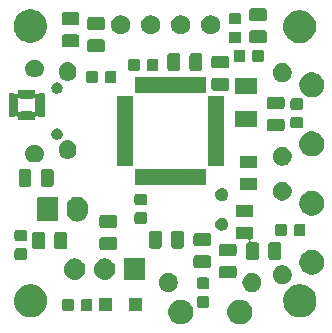
<source format=gbr>
G04 #@! TF.GenerationSoftware,KiCad,Pcbnew,(5.0.1)-rc2*
G04 #@! TF.CreationDate,2019-05-10T17:14:01-07:00*
G04 #@! TF.ProjectId,bullercounter,62756C6C6572636F756E7465722E6B69,rev?*
G04 #@! TF.SameCoordinates,Original*
G04 #@! TF.FileFunction,Soldermask,Bot*
G04 #@! TF.FilePolarity,Negative*
%FSLAX46Y46*%
G04 Gerber Fmt 4.6, Leading zero omitted, Abs format (unit mm)*
G04 Created by KiCad (PCBNEW (5.0.1)-rc2) date 5/10/2019 5:14:01 PM*
%MOMM*%
%LPD*%
G01*
G04 APERTURE LIST*
%ADD10C,0.100000*%
G04 APERTURE END LIST*
D10*
G36*
X199950565Y-128105209D02*
X200141834Y-128184435D01*
X200313976Y-128299457D01*
X200460363Y-128445844D01*
X200575385Y-128617986D01*
X200654611Y-128809255D01*
X200695000Y-129012304D01*
X200695000Y-129219336D01*
X200654611Y-129422385D01*
X200575385Y-129613654D01*
X200460363Y-129785796D01*
X200313976Y-129932183D01*
X200141834Y-130047205D01*
X199950565Y-130126431D01*
X199747516Y-130166820D01*
X199540484Y-130166820D01*
X199337435Y-130126431D01*
X199146166Y-130047205D01*
X198974024Y-129932183D01*
X198827637Y-129785796D01*
X198712615Y-129613654D01*
X198633389Y-129422385D01*
X198593000Y-129219336D01*
X198593000Y-129012304D01*
X198633389Y-128809255D01*
X198712615Y-128617986D01*
X198827637Y-128445844D01*
X198974024Y-128299457D01*
X199146166Y-128184435D01*
X199337435Y-128105209D01*
X199540484Y-128064820D01*
X199747516Y-128064820D01*
X199950565Y-128105209D01*
X199950565Y-128105209D01*
G37*
G36*
X194950565Y-128105209D02*
X195141834Y-128184435D01*
X195313976Y-128299457D01*
X195460363Y-128445844D01*
X195575385Y-128617986D01*
X195654611Y-128809255D01*
X195695000Y-129012304D01*
X195695000Y-129219336D01*
X195654611Y-129422385D01*
X195575385Y-129613654D01*
X195460363Y-129785796D01*
X195313976Y-129932183D01*
X195141834Y-130047205D01*
X194950565Y-130126431D01*
X194747516Y-130166820D01*
X194540484Y-130166820D01*
X194337435Y-130126431D01*
X194146166Y-130047205D01*
X193974024Y-129932183D01*
X193827637Y-129785796D01*
X193712615Y-129613654D01*
X193633389Y-129422385D01*
X193593000Y-129219336D01*
X193593000Y-129012304D01*
X193633389Y-128809255D01*
X193712615Y-128617986D01*
X193827637Y-128445844D01*
X193974024Y-128299457D01*
X194146166Y-128184435D01*
X194337435Y-128105209D01*
X194540484Y-128064820D01*
X194747516Y-128064820D01*
X194950565Y-128105209D01*
X194950565Y-128105209D01*
G37*
G36*
X182256093Y-126803293D02*
X182346317Y-126821239D01*
X182414455Y-126849463D01*
X182601281Y-126926849D01*
X182830749Y-127080174D01*
X183025886Y-127275311D01*
X183179211Y-127504779D01*
X183241075Y-127654133D01*
X183284821Y-127759743D01*
X183291363Y-127792633D01*
X183338660Y-128030412D01*
X183338660Y-128306388D01*
X183310920Y-128445847D01*
X183284821Y-128577057D01*
X183251547Y-128657387D01*
X183179211Y-128832021D01*
X183025886Y-129061489D01*
X182830749Y-129256626D01*
X182601281Y-129409951D01*
X182451927Y-129471815D01*
X182346317Y-129515561D01*
X182256093Y-129533507D01*
X182075648Y-129569400D01*
X181799672Y-129569400D01*
X181619227Y-129533507D01*
X181529003Y-129515561D01*
X181423393Y-129471815D01*
X181274039Y-129409951D01*
X181044571Y-129256626D01*
X180849434Y-129061489D01*
X180696109Y-128832021D01*
X180623773Y-128657387D01*
X180590499Y-128577057D01*
X180564400Y-128445847D01*
X180536660Y-128306388D01*
X180536660Y-128030412D01*
X180583957Y-127792633D01*
X180590499Y-127759743D01*
X180634245Y-127654133D01*
X180696109Y-127504779D01*
X180849434Y-127275311D01*
X181044571Y-127080174D01*
X181274039Y-126926849D01*
X181460865Y-126849463D01*
X181529003Y-126821239D01*
X181619227Y-126803293D01*
X181799672Y-126767400D01*
X182075648Y-126767400D01*
X182256093Y-126803293D01*
X182256093Y-126803293D01*
G37*
G36*
X205057673Y-126803293D02*
X205147897Y-126821239D01*
X205216035Y-126849463D01*
X205402861Y-126926849D01*
X205632329Y-127080174D01*
X205827466Y-127275311D01*
X205980791Y-127504779D01*
X206042655Y-127654133D01*
X206086401Y-127759743D01*
X206092943Y-127792633D01*
X206140240Y-128030412D01*
X206140240Y-128306388D01*
X206112500Y-128445847D01*
X206086401Y-128577057D01*
X206053127Y-128657387D01*
X205980791Y-128832021D01*
X205827466Y-129061489D01*
X205632329Y-129256626D01*
X205402861Y-129409951D01*
X205253507Y-129471815D01*
X205147897Y-129515561D01*
X205057673Y-129533507D01*
X204877228Y-129569400D01*
X204601252Y-129569400D01*
X204420807Y-129533507D01*
X204330583Y-129515561D01*
X204224973Y-129471815D01*
X204075619Y-129409951D01*
X203846151Y-129256626D01*
X203651014Y-129061489D01*
X203497689Y-128832021D01*
X203425353Y-128657387D01*
X203392079Y-128577057D01*
X203365980Y-128445847D01*
X203338240Y-128306388D01*
X203338240Y-128030412D01*
X203385537Y-127792633D01*
X203392079Y-127759743D01*
X203435825Y-127654133D01*
X203497689Y-127504779D01*
X203651014Y-127275311D01*
X203846151Y-127080174D01*
X204075619Y-126926849D01*
X204262445Y-126849463D01*
X204330583Y-126821239D01*
X204420807Y-126803293D01*
X204601252Y-126767400D01*
X204877228Y-126767400D01*
X205057673Y-126803293D01*
X205057673Y-126803293D01*
G37*
G36*
X191340560Y-129067380D02*
X190238560Y-129067380D01*
X190238560Y-127965380D01*
X191340560Y-127965380D01*
X191340560Y-129067380D01*
X191340560Y-129067380D01*
G37*
G36*
X188840560Y-129067380D02*
X187738560Y-129067380D01*
X187738560Y-127965380D01*
X188840560Y-127965380D01*
X188840560Y-129067380D01*
X188840560Y-129067380D01*
G37*
G36*
X185457091Y-128002085D02*
X185491069Y-128012393D01*
X185522387Y-128029133D01*
X185549839Y-128051661D01*
X185572367Y-128079113D01*
X185589107Y-128110431D01*
X185599415Y-128144409D01*
X185603500Y-128185890D01*
X185603500Y-128862110D01*
X185599415Y-128903591D01*
X185589107Y-128937569D01*
X185572367Y-128968887D01*
X185549839Y-128996339D01*
X185522387Y-129018867D01*
X185491069Y-129035607D01*
X185457091Y-129045915D01*
X185415610Y-129050000D01*
X184814390Y-129050000D01*
X184772909Y-129045915D01*
X184738931Y-129035607D01*
X184707613Y-129018867D01*
X184680161Y-128996339D01*
X184657633Y-128968887D01*
X184640893Y-128937569D01*
X184630585Y-128903591D01*
X184626500Y-128862110D01*
X184626500Y-128185890D01*
X184630585Y-128144409D01*
X184640893Y-128110431D01*
X184657633Y-128079113D01*
X184680161Y-128051661D01*
X184707613Y-128029133D01*
X184738931Y-128012393D01*
X184772909Y-128002085D01*
X184814390Y-127998000D01*
X185415610Y-127998000D01*
X185457091Y-128002085D01*
X185457091Y-128002085D01*
G37*
G36*
X187032091Y-128002085D02*
X187066069Y-128012393D01*
X187097387Y-128029133D01*
X187124839Y-128051661D01*
X187147367Y-128079113D01*
X187164107Y-128110431D01*
X187174415Y-128144409D01*
X187178500Y-128185890D01*
X187178500Y-128862110D01*
X187174415Y-128903591D01*
X187164107Y-128937569D01*
X187147367Y-128968887D01*
X187124839Y-128996339D01*
X187097387Y-129018867D01*
X187066069Y-129035607D01*
X187032091Y-129045915D01*
X186990610Y-129050000D01*
X186389390Y-129050000D01*
X186347909Y-129045915D01*
X186313931Y-129035607D01*
X186282613Y-129018867D01*
X186255161Y-128996339D01*
X186232633Y-128968887D01*
X186215893Y-128937569D01*
X186205585Y-128903591D01*
X186201500Y-128862110D01*
X186201500Y-128185890D01*
X186205585Y-128144409D01*
X186215893Y-128110431D01*
X186232633Y-128079113D01*
X186255161Y-128051661D01*
X186282613Y-128029133D01*
X186313931Y-128012393D01*
X186347909Y-128002085D01*
X186389390Y-127998000D01*
X186990610Y-127998000D01*
X187032091Y-128002085D01*
X187032091Y-128002085D01*
G37*
G36*
X196939591Y-127765585D02*
X196973569Y-127775893D01*
X197004887Y-127792633D01*
X197032339Y-127815161D01*
X197054867Y-127842613D01*
X197071607Y-127873931D01*
X197081915Y-127907909D01*
X197086000Y-127949390D01*
X197086000Y-128550610D01*
X197081915Y-128592091D01*
X197071607Y-128626069D01*
X197054867Y-128657387D01*
X197032339Y-128684839D01*
X197004887Y-128707367D01*
X196973569Y-128724107D01*
X196939591Y-128734415D01*
X196898110Y-128738500D01*
X196221890Y-128738500D01*
X196180409Y-128734415D01*
X196146431Y-128724107D01*
X196115113Y-128707367D01*
X196087661Y-128684839D01*
X196065133Y-128657387D01*
X196048393Y-128626069D01*
X196038085Y-128592091D01*
X196034000Y-128550610D01*
X196034000Y-127949390D01*
X196038085Y-127907909D01*
X196048393Y-127873931D01*
X196065133Y-127842613D01*
X196087661Y-127815161D01*
X196115113Y-127792633D01*
X196146431Y-127775893D01*
X196180409Y-127765585D01*
X196221890Y-127761500D01*
X196898110Y-127761500D01*
X196939591Y-127765585D01*
X196939591Y-127765585D01*
G37*
G36*
X200917643Y-125845601D02*
X201063415Y-125905982D01*
X201194611Y-125993644D01*
X201306176Y-126105209D01*
X201393838Y-126236405D01*
X201454219Y-126382177D01*
X201485000Y-126536927D01*
X201485000Y-126694713D01*
X201454219Y-126849463D01*
X201393838Y-126995235D01*
X201306176Y-127126431D01*
X201194611Y-127237996D01*
X201063415Y-127325658D01*
X200917643Y-127386039D01*
X200762893Y-127416820D01*
X200605107Y-127416820D01*
X200450357Y-127386039D01*
X200304585Y-127325658D01*
X200173389Y-127237996D01*
X200061824Y-127126431D01*
X199974162Y-126995235D01*
X199913781Y-126849463D01*
X199883000Y-126694713D01*
X199883000Y-126536927D01*
X199913781Y-126382177D01*
X199974162Y-126236405D01*
X200061824Y-126105209D01*
X200173389Y-125993644D01*
X200304585Y-125905982D01*
X200450357Y-125845601D01*
X200605107Y-125814820D01*
X200762893Y-125814820D01*
X200917643Y-125845601D01*
X200917643Y-125845601D01*
G37*
G36*
X193837643Y-125845601D02*
X193983415Y-125905982D01*
X194114611Y-125993644D01*
X194226176Y-126105209D01*
X194313838Y-126236405D01*
X194374219Y-126382177D01*
X194405000Y-126536927D01*
X194405000Y-126694713D01*
X194374219Y-126849463D01*
X194313838Y-126995235D01*
X194226176Y-127126431D01*
X194114611Y-127237996D01*
X193983415Y-127325658D01*
X193837643Y-127386039D01*
X193682893Y-127416820D01*
X193525107Y-127416820D01*
X193370357Y-127386039D01*
X193224585Y-127325658D01*
X193093389Y-127237996D01*
X192981824Y-127126431D01*
X192894162Y-126995235D01*
X192833781Y-126849463D01*
X192803000Y-126694713D01*
X192803000Y-126536927D01*
X192833781Y-126382177D01*
X192894162Y-126236405D01*
X192981824Y-126105209D01*
X193093389Y-125993644D01*
X193224585Y-125905982D01*
X193370357Y-125845601D01*
X193525107Y-125814820D01*
X193682893Y-125814820D01*
X193837643Y-125845601D01*
X193837643Y-125845601D01*
G37*
G36*
X196939591Y-126190585D02*
X196973569Y-126200893D01*
X197004887Y-126217633D01*
X197032339Y-126240161D01*
X197054867Y-126267613D01*
X197071607Y-126298931D01*
X197081915Y-126332909D01*
X197086000Y-126374390D01*
X197086000Y-126975610D01*
X197081915Y-127017091D01*
X197071607Y-127051069D01*
X197054867Y-127082387D01*
X197032339Y-127109839D01*
X197004887Y-127132367D01*
X196973569Y-127149107D01*
X196939591Y-127159415D01*
X196898110Y-127163500D01*
X196221890Y-127163500D01*
X196180409Y-127159415D01*
X196146431Y-127149107D01*
X196115113Y-127132367D01*
X196087661Y-127109839D01*
X196065133Y-127082387D01*
X196048393Y-127051069D01*
X196038085Y-127017091D01*
X196034000Y-126975610D01*
X196034000Y-126374390D01*
X196038085Y-126332909D01*
X196048393Y-126298931D01*
X196065133Y-126267613D01*
X196087661Y-126240161D01*
X196115113Y-126217633D01*
X196146431Y-126200893D01*
X196180409Y-126190585D01*
X196221890Y-126186500D01*
X196898110Y-126186500D01*
X196939591Y-126190585D01*
X196939591Y-126190585D01*
G37*
G36*
X203473643Y-125181781D02*
X203619415Y-125242162D01*
X203750611Y-125329824D01*
X203862176Y-125441389D01*
X203949838Y-125572585D01*
X204010219Y-125718357D01*
X204041000Y-125873107D01*
X204041000Y-126030893D01*
X204010219Y-126185643D01*
X203949838Y-126331415D01*
X203862176Y-126462611D01*
X203750611Y-126574176D01*
X203619415Y-126661838D01*
X203473643Y-126722219D01*
X203318893Y-126753000D01*
X203161107Y-126753000D01*
X203006357Y-126722219D01*
X202860585Y-126661838D01*
X202729389Y-126574176D01*
X202617824Y-126462611D01*
X202530162Y-126331415D01*
X202469781Y-126185643D01*
X202439000Y-126030893D01*
X202439000Y-125873107D01*
X202469781Y-125718357D01*
X202530162Y-125572585D01*
X202617824Y-125441389D01*
X202729389Y-125329824D01*
X202860585Y-125242162D01*
X203006357Y-125181781D01*
X203161107Y-125151000D01*
X203318893Y-125151000D01*
X203473643Y-125181781D01*
X203473643Y-125181781D01*
G37*
G36*
X185784443Y-124581519D02*
X185850627Y-124588037D01*
X185963853Y-124622384D01*
X186020467Y-124639557D01*
X186129479Y-124697826D01*
X186176991Y-124723222D01*
X186212729Y-124752552D01*
X186314186Y-124835814D01*
X186397448Y-124937271D01*
X186426778Y-124973009D01*
X186426779Y-124973011D01*
X186510443Y-125129533D01*
X186510443Y-125129534D01*
X186561963Y-125299373D01*
X186579359Y-125476000D01*
X186561963Y-125652627D01*
X186542024Y-125718357D01*
X186510443Y-125822467D01*
X186465802Y-125905983D01*
X186426778Y-125978991D01*
X186397448Y-126014729D01*
X186314186Y-126116186D01*
X186240961Y-126176279D01*
X186176991Y-126228778D01*
X186176989Y-126228779D01*
X186020467Y-126312443D01*
X185963853Y-126329616D01*
X185850627Y-126363963D01*
X185784442Y-126370482D01*
X185718260Y-126377000D01*
X185629740Y-126377000D01*
X185563558Y-126370482D01*
X185497373Y-126363963D01*
X185384147Y-126329616D01*
X185327533Y-126312443D01*
X185171011Y-126228779D01*
X185171009Y-126228778D01*
X185107039Y-126176279D01*
X185033814Y-126116186D01*
X184950552Y-126014729D01*
X184921222Y-125978991D01*
X184882198Y-125905983D01*
X184837557Y-125822467D01*
X184805976Y-125718357D01*
X184786037Y-125652627D01*
X184768641Y-125476000D01*
X184786037Y-125299373D01*
X184837557Y-125129534D01*
X184837557Y-125129533D01*
X184921221Y-124973011D01*
X184921222Y-124973009D01*
X184950552Y-124937271D01*
X185033814Y-124835814D01*
X185135271Y-124752552D01*
X185171009Y-124723222D01*
X185218521Y-124697826D01*
X185327533Y-124639557D01*
X185384147Y-124622384D01*
X185497373Y-124588037D01*
X185563557Y-124581519D01*
X185629740Y-124575000D01*
X185718260Y-124575000D01*
X185784443Y-124581519D01*
X185784443Y-124581519D01*
G37*
G36*
X191655000Y-126377000D02*
X189853000Y-126377000D01*
X189853000Y-124575000D01*
X191655000Y-124575000D01*
X191655000Y-126377000D01*
X191655000Y-126377000D01*
G37*
G36*
X188324443Y-124581519D02*
X188390627Y-124588037D01*
X188503853Y-124622384D01*
X188560467Y-124639557D01*
X188669479Y-124697826D01*
X188716991Y-124723222D01*
X188752729Y-124752552D01*
X188854186Y-124835814D01*
X188937448Y-124937271D01*
X188966778Y-124973009D01*
X188966779Y-124973011D01*
X189050443Y-125129533D01*
X189050443Y-125129534D01*
X189101963Y-125299373D01*
X189119359Y-125476000D01*
X189101963Y-125652627D01*
X189082024Y-125718357D01*
X189050443Y-125822467D01*
X189005802Y-125905983D01*
X188966778Y-125978991D01*
X188937448Y-126014729D01*
X188854186Y-126116186D01*
X188780961Y-126176279D01*
X188716991Y-126228778D01*
X188716989Y-126228779D01*
X188560467Y-126312443D01*
X188503853Y-126329616D01*
X188390627Y-126363963D01*
X188324442Y-126370482D01*
X188258260Y-126377000D01*
X188169740Y-126377000D01*
X188103558Y-126370482D01*
X188037373Y-126363963D01*
X187924147Y-126329616D01*
X187867533Y-126312443D01*
X187711011Y-126228779D01*
X187711009Y-126228778D01*
X187647039Y-126176279D01*
X187573814Y-126116186D01*
X187490552Y-126014729D01*
X187461222Y-125978991D01*
X187422198Y-125905983D01*
X187377557Y-125822467D01*
X187345976Y-125718357D01*
X187326037Y-125652627D01*
X187308641Y-125476000D01*
X187326037Y-125299373D01*
X187377557Y-125129534D01*
X187377557Y-125129533D01*
X187461221Y-124973011D01*
X187461222Y-124973009D01*
X187490552Y-124937271D01*
X187573814Y-124835814D01*
X187675271Y-124752552D01*
X187711009Y-124723222D01*
X187758521Y-124697826D01*
X187867533Y-124639557D01*
X187924147Y-124622384D01*
X188037373Y-124588037D01*
X188103557Y-124581519D01*
X188169740Y-124575000D01*
X188258260Y-124575000D01*
X188324443Y-124581519D01*
X188324443Y-124581519D01*
G37*
G36*
X199212466Y-125196065D02*
X199251137Y-125207796D01*
X199286779Y-125226848D01*
X199318017Y-125252483D01*
X199343652Y-125283721D01*
X199362704Y-125319363D01*
X199374435Y-125358034D01*
X199379000Y-125404388D01*
X199379000Y-126055612D01*
X199374435Y-126101966D01*
X199362704Y-126140637D01*
X199343652Y-126176279D01*
X199318017Y-126207517D01*
X199286779Y-126233152D01*
X199251137Y-126252204D01*
X199212466Y-126263935D01*
X199166112Y-126268500D01*
X198089888Y-126268500D01*
X198043534Y-126263935D01*
X198004863Y-126252204D01*
X197969221Y-126233152D01*
X197937983Y-126207517D01*
X197912348Y-126176279D01*
X197893296Y-126140637D01*
X197881565Y-126101966D01*
X197877000Y-126055612D01*
X197877000Y-125404388D01*
X197881565Y-125358034D01*
X197893296Y-125319363D01*
X197912348Y-125283721D01*
X197937983Y-125252483D01*
X197969221Y-125226848D01*
X198004863Y-125207796D01*
X198043534Y-125196065D01*
X198089888Y-125191500D01*
X199166112Y-125191500D01*
X199212466Y-125196065D01*
X199212466Y-125196065D01*
G37*
G36*
X206046565Y-123901389D02*
X206237834Y-123980615D01*
X206409976Y-124095637D01*
X206556363Y-124242024D01*
X206671385Y-124414166D01*
X206750611Y-124605435D01*
X206791000Y-124808484D01*
X206791000Y-125015516D01*
X206750611Y-125218565D01*
X206671385Y-125409834D01*
X206556363Y-125581976D01*
X206409976Y-125728363D01*
X206237834Y-125843385D01*
X206046565Y-125922611D01*
X205843516Y-125963000D01*
X205636484Y-125963000D01*
X205433435Y-125922611D01*
X205242166Y-125843385D01*
X205070024Y-125728363D01*
X204923637Y-125581976D01*
X204808615Y-125409834D01*
X204729389Y-125218565D01*
X204689000Y-125015516D01*
X204689000Y-124808484D01*
X204729389Y-124605435D01*
X204808615Y-124414166D01*
X204923637Y-124242024D01*
X205070024Y-124095637D01*
X205242166Y-123980615D01*
X205433435Y-123901389D01*
X205636484Y-123861000D01*
X205843516Y-123861000D01*
X206046565Y-123901389D01*
X206046565Y-123901389D01*
G37*
G36*
X197066166Y-124319765D02*
X197104837Y-124331496D01*
X197140479Y-124350548D01*
X197171717Y-124376183D01*
X197197352Y-124407421D01*
X197216404Y-124443063D01*
X197228135Y-124481734D01*
X197232700Y-124528088D01*
X197232700Y-125179312D01*
X197228135Y-125225666D01*
X197216404Y-125264337D01*
X197197352Y-125299979D01*
X197171717Y-125331217D01*
X197140479Y-125356852D01*
X197104837Y-125375904D01*
X197066166Y-125387635D01*
X197019812Y-125392200D01*
X195943588Y-125392200D01*
X195897234Y-125387635D01*
X195858563Y-125375904D01*
X195822921Y-125356852D01*
X195791683Y-125331217D01*
X195766048Y-125299979D01*
X195746996Y-125264337D01*
X195735265Y-125225666D01*
X195730700Y-125179312D01*
X195730700Y-124528088D01*
X195735265Y-124481734D01*
X195746996Y-124443063D01*
X195766048Y-124407421D01*
X195791683Y-124376183D01*
X195822921Y-124350548D01*
X195858563Y-124331496D01*
X195897234Y-124319765D01*
X195943588Y-124315200D01*
X197019812Y-124315200D01*
X197066166Y-124319765D01*
X197066166Y-124319765D01*
G37*
G36*
X200634466Y-121891065D02*
X200673137Y-121902796D01*
X200708779Y-121921848D01*
X200740017Y-121947483D01*
X200765652Y-121978721D01*
X200784704Y-122014363D01*
X200796435Y-122053034D01*
X200801000Y-122099388D01*
X200801000Y-122750612D01*
X200796435Y-122796966D01*
X200784704Y-122835637D01*
X200765652Y-122871279D01*
X200740017Y-122902517D01*
X200708779Y-122928152D01*
X200673136Y-122947205D01*
X200642879Y-122956383D01*
X200620240Y-122965760D01*
X200599865Y-122979374D01*
X200582538Y-122996701D01*
X200568924Y-123017076D01*
X200559547Y-123039715D01*
X200554767Y-123063749D01*
X200554767Y-123088253D01*
X200559548Y-123112286D01*
X200568925Y-123134925D01*
X200582539Y-123155300D01*
X200599866Y-123172627D01*
X200620241Y-123186241D01*
X200642880Y-123195618D01*
X200679165Y-123201000D01*
X201064112Y-123201000D01*
X201110466Y-123205565D01*
X201149137Y-123217296D01*
X201184779Y-123236348D01*
X201216017Y-123261983D01*
X201241652Y-123293221D01*
X201260704Y-123328863D01*
X201272435Y-123367534D01*
X201277000Y-123413888D01*
X201277000Y-124490112D01*
X201272435Y-124536466D01*
X201260704Y-124575137D01*
X201241652Y-124610779D01*
X201216017Y-124642017D01*
X201184779Y-124667652D01*
X201149137Y-124686704D01*
X201110466Y-124698435D01*
X201064112Y-124703000D01*
X200412888Y-124703000D01*
X200366534Y-124698435D01*
X200327863Y-124686704D01*
X200292221Y-124667652D01*
X200260983Y-124642017D01*
X200235348Y-124610779D01*
X200216296Y-124575137D01*
X200204565Y-124536466D01*
X200200000Y-124490112D01*
X200200000Y-123413888D01*
X200204565Y-123367534D01*
X200216296Y-123328863D01*
X200235348Y-123293221D01*
X200260983Y-123261983D01*
X200292221Y-123236348D01*
X200327864Y-123217295D01*
X200358121Y-123208117D01*
X200380760Y-123198740D01*
X200401135Y-123185126D01*
X200418462Y-123167799D01*
X200432076Y-123147424D01*
X200441453Y-123124785D01*
X200446233Y-123100751D01*
X200446233Y-123076247D01*
X200441452Y-123052214D01*
X200432075Y-123029575D01*
X200418461Y-123009200D01*
X200401134Y-122991873D01*
X200380759Y-122978259D01*
X200358120Y-122968882D01*
X200321835Y-122963500D01*
X199511888Y-122963500D01*
X199465534Y-122958935D01*
X199426863Y-122947204D01*
X199391221Y-122928152D01*
X199359983Y-122902517D01*
X199334348Y-122871279D01*
X199315296Y-122835637D01*
X199303565Y-122796966D01*
X199299000Y-122750612D01*
X199299000Y-122099388D01*
X199303565Y-122053034D01*
X199315296Y-122014363D01*
X199334348Y-121978721D01*
X199359983Y-121947483D01*
X199391221Y-121921848D01*
X199426863Y-121902796D01*
X199465534Y-121891065D01*
X199511888Y-121886500D01*
X200588112Y-121886500D01*
X200634466Y-121891065D01*
X200634466Y-121891065D01*
G37*
G36*
X202985466Y-123205565D02*
X203024137Y-123217296D01*
X203059779Y-123236348D01*
X203091017Y-123261983D01*
X203116652Y-123293221D01*
X203135704Y-123328863D01*
X203147435Y-123367534D01*
X203152000Y-123413888D01*
X203152000Y-124490112D01*
X203147435Y-124536466D01*
X203135704Y-124575137D01*
X203116652Y-124610779D01*
X203091017Y-124642017D01*
X203059779Y-124667652D01*
X203024137Y-124686704D01*
X202985466Y-124698435D01*
X202939112Y-124703000D01*
X202287888Y-124703000D01*
X202241534Y-124698435D01*
X202202863Y-124686704D01*
X202167221Y-124667652D01*
X202135983Y-124642017D01*
X202110348Y-124610779D01*
X202091296Y-124575137D01*
X202079565Y-124536466D01*
X202075000Y-124490112D01*
X202075000Y-123413888D01*
X202079565Y-123367534D01*
X202091296Y-123328863D01*
X202110348Y-123293221D01*
X202135983Y-123261983D01*
X202167221Y-123236348D01*
X202202863Y-123217296D01*
X202241534Y-123205565D01*
X202287888Y-123201000D01*
X202939112Y-123201000D01*
X202985466Y-123205565D01*
X202985466Y-123205565D01*
G37*
G36*
X181481591Y-123721585D02*
X181515569Y-123731893D01*
X181546887Y-123748633D01*
X181574339Y-123771161D01*
X181596867Y-123798613D01*
X181613607Y-123829931D01*
X181623915Y-123863909D01*
X181628000Y-123905390D01*
X181628000Y-124506610D01*
X181623915Y-124548091D01*
X181613607Y-124582069D01*
X181596867Y-124613387D01*
X181574339Y-124640839D01*
X181546887Y-124663367D01*
X181515569Y-124680107D01*
X181481591Y-124690415D01*
X181440110Y-124694500D01*
X180763890Y-124694500D01*
X180722409Y-124690415D01*
X180688431Y-124680107D01*
X180657113Y-124663367D01*
X180629661Y-124640839D01*
X180607133Y-124613387D01*
X180590393Y-124582069D01*
X180580085Y-124548091D01*
X180576000Y-124506610D01*
X180576000Y-123905390D01*
X180580085Y-123863909D01*
X180590393Y-123829931D01*
X180607133Y-123798613D01*
X180629661Y-123771161D01*
X180657113Y-123748633D01*
X180688431Y-123731893D01*
X180722409Y-123721585D01*
X180763890Y-123717500D01*
X181440110Y-123717500D01*
X181481591Y-123721585D01*
X181481591Y-123721585D01*
G37*
G36*
X199212466Y-123321065D02*
X199251137Y-123332796D01*
X199286779Y-123351848D01*
X199318017Y-123377483D01*
X199343652Y-123408721D01*
X199362704Y-123444363D01*
X199374435Y-123483034D01*
X199379000Y-123529388D01*
X199379000Y-124180612D01*
X199374435Y-124226966D01*
X199362704Y-124265637D01*
X199343652Y-124301279D01*
X199318017Y-124332517D01*
X199286779Y-124358152D01*
X199251137Y-124377204D01*
X199212466Y-124388935D01*
X199166112Y-124393500D01*
X198089888Y-124393500D01*
X198043534Y-124388935D01*
X198004863Y-124377204D01*
X197969221Y-124358152D01*
X197937983Y-124332517D01*
X197912348Y-124301279D01*
X197893296Y-124265637D01*
X197881565Y-124226966D01*
X197877000Y-124180612D01*
X197877000Y-123529388D01*
X197881565Y-123483034D01*
X197893296Y-123444363D01*
X197912348Y-123408721D01*
X197937983Y-123377483D01*
X197969221Y-123351848D01*
X198004863Y-123332796D01*
X198043534Y-123321065D01*
X198089888Y-123316500D01*
X199166112Y-123316500D01*
X199212466Y-123321065D01*
X199212466Y-123321065D01*
G37*
G36*
X189103266Y-122780765D02*
X189141937Y-122792496D01*
X189177579Y-122811548D01*
X189208817Y-122837183D01*
X189234452Y-122868421D01*
X189253504Y-122904063D01*
X189265235Y-122942734D01*
X189269800Y-122989088D01*
X189269800Y-123640312D01*
X189265235Y-123686666D01*
X189253504Y-123725337D01*
X189234452Y-123760979D01*
X189208817Y-123792217D01*
X189177579Y-123817852D01*
X189141937Y-123836904D01*
X189103266Y-123848635D01*
X189056912Y-123853200D01*
X187980688Y-123853200D01*
X187934334Y-123848635D01*
X187895663Y-123836904D01*
X187860021Y-123817852D01*
X187828783Y-123792217D01*
X187803148Y-123760979D01*
X187784096Y-123725337D01*
X187772365Y-123686666D01*
X187767800Y-123640312D01*
X187767800Y-122989088D01*
X187772365Y-122942734D01*
X187784096Y-122904063D01*
X187803148Y-122868421D01*
X187828783Y-122837183D01*
X187860021Y-122811548D01*
X187895663Y-122792496D01*
X187934334Y-122780765D01*
X187980688Y-122776200D01*
X189056912Y-122776200D01*
X189103266Y-122780765D01*
X189103266Y-122780765D01*
G37*
G36*
X184871966Y-122303565D02*
X184910637Y-122315296D01*
X184946279Y-122334348D01*
X184977517Y-122359983D01*
X185003152Y-122391221D01*
X185022204Y-122426863D01*
X185033935Y-122465534D01*
X185038500Y-122511888D01*
X185038500Y-123588112D01*
X185033935Y-123634466D01*
X185022204Y-123673137D01*
X185003152Y-123708779D01*
X184977517Y-123740017D01*
X184946279Y-123765652D01*
X184910637Y-123784704D01*
X184871966Y-123796435D01*
X184825612Y-123801000D01*
X184174388Y-123801000D01*
X184128034Y-123796435D01*
X184089363Y-123784704D01*
X184053721Y-123765652D01*
X184022483Y-123740017D01*
X183996848Y-123708779D01*
X183977796Y-123673137D01*
X183966065Y-123634466D01*
X183961500Y-123588112D01*
X183961500Y-122511888D01*
X183966065Y-122465534D01*
X183977796Y-122426863D01*
X183996848Y-122391221D01*
X184022483Y-122359983D01*
X184053721Y-122334348D01*
X184089363Y-122315296D01*
X184128034Y-122303565D01*
X184174388Y-122299000D01*
X184825612Y-122299000D01*
X184871966Y-122303565D01*
X184871966Y-122303565D01*
G37*
G36*
X182996966Y-122303565D02*
X183035637Y-122315296D01*
X183071279Y-122334348D01*
X183102517Y-122359983D01*
X183128152Y-122391221D01*
X183147204Y-122426863D01*
X183158935Y-122465534D01*
X183163500Y-122511888D01*
X183163500Y-123588112D01*
X183158935Y-123634466D01*
X183147204Y-123673137D01*
X183128152Y-123708779D01*
X183102517Y-123740017D01*
X183071279Y-123765652D01*
X183035637Y-123784704D01*
X182996966Y-123796435D01*
X182950612Y-123801000D01*
X182299388Y-123801000D01*
X182253034Y-123796435D01*
X182214363Y-123784704D01*
X182178721Y-123765652D01*
X182147483Y-123740017D01*
X182121848Y-123708779D01*
X182102796Y-123673137D01*
X182091065Y-123634466D01*
X182086500Y-123588112D01*
X182086500Y-122511888D01*
X182091065Y-122465534D01*
X182102796Y-122426863D01*
X182121848Y-122391221D01*
X182147483Y-122359983D01*
X182178721Y-122334348D01*
X182214363Y-122315296D01*
X182253034Y-122303565D01*
X182299388Y-122299000D01*
X182950612Y-122299000D01*
X182996966Y-122303565D01*
X182996966Y-122303565D01*
G37*
G36*
X194755866Y-122240365D02*
X194794537Y-122252096D01*
X194830179Y-122271148D01*
X194861417Y-122296783D01*
X194887052Y-122328021D01*
X194906104Y-122363663D01*
X194917835Y-122402334D01*
X194922400Y-122448688D01*
X194922400Y-123524912D01*
X194917835Y-123571266D01*
X194906104Y-123609937D01*
X194887052Y-123645579D01*
X194861417Y-123676817D01*
X194830179Y-123702452D01*
X194794537Y-123721504D01*
X194755866Y-123733235D01*
X194709512Y-123737800D01*
X194058288Y-123737800D01*
X194011934Y-123733235D01*
X193973263Y-123721504D01*
X193937621Y-123702452D01*
X193906383Y-123676817D01*
X193880748Y-123645579D01*
X193861696Y-123609937D01*
X193849965Y-123571266D01*
X193845400Y-123524912D01*
X193845400Y-122448688D01*
X193849965Y-122402334D01*
X193861696Y-122363663D01*
X193880748Y-122328021D01*
X193906383Y-122296783D01*
X193937621Y-122271148D01*
X193973263Y-122252096D01*
X194011934Y-122240365D01*
X194058288Y-122235800D01*
X194709512Y-122235800D01*
X194755866Y-122240365D01*
X194755866Y-122240365D01*
G37*
G36*
X192880866Y-122240365D02*
X192919537Y-122252096D01*
X192955179Y-122271148D01*
X192986417Y-122296783D01*
X193012052Y-122328021D01*
X193031104Y-122363663D01*
X193042835Y-122402334D01*
X193047400Y-122448688D01*
X193047400Y-123524912D01*
X193042835Y-123571266D01*
X193031104Y-123609937D01*
X193012052Y-123645579D01*
X192986417Y-123676817D01*
X192955179Y-123702452D01*
X192919537Y-123721504D01*
X192880866Y-123733235D01*
X192834512Y-123737800D01*
X192183288Y-123737800D01*
X192136934Y-123733235D01*
X192098263Y-123721504D01*
X192062621Y-123702452D01*
X192031383Y-123676817D01*
X192005748Y-123645579D01*
X191986696Y-123609937D01*
X191974965Y-123571266D01*
X191970400Y-123524912D01*
X191970400Y-122448688D01*
X191974965Y-122402334D01*
X191986696Y-122363663D01*
X192005748Y-122328021D01*
X192031383Y-122296783D01*
X192062621Y-122271148D01*
X192098263Y-122252096D01*
X192136934Y-122240365D01*
X192183288Y-122235800D01*
X192834512Y-122235800D01*
X192880866Y-122240365D01*
X192880866Y-122240365D01*
G37*
G36*
X197066166Y-122444765D02*
X197104837Y-122456496D01*
X197140479Y-122475548D01*
X197171717Y-122501183D01*
X197197352Y-122532421D01*
X197216404Y-122568063D01*
X197228135Y-122606734D01*
X197232700Y-122653088D01*
X197232700Y-123304312D01*
X197228135Y-123350666D01*
X197216404Y-123389337D01*
X197197352Y-123424979D01*
X197171717Y-123456217D01*
X197140479Y-123481852D01*
X197104837Y-123500904D01*
X197066166Y-123512635D01*
X197019812Y-123517200D01*
X195943588Y-123517200D01*
X195897234Y-123512635D01*
X195858563Y-123500904D01*
X195822921Y-123481852D01*
X195791683Y-123456217D01*
X195766048Y-123424979D01*
X195746996Y-123389337D01*
X195735265Y-123350666D01*
X195730700Y-123304312D01*
X195730700Y-122653088D01*
X195735265Y-122606734D01*
X195746996Y-122568063D01*
X195766048Y-122532421D01*
X195791683Y-122501183D01*
X195822921Y-122475548D01*
X195858563Y-122456496D01*
X195897234Y-122444765D01*
X195943588Y-122440200D01*
X197019812Y-122440200D01*
X197066166Y-122444765D01*
X197066166Y-122444765D01*
G37*
G36*
X181481591Y-122146585D02*
X181515569Y-122156893D01*
X181546887Y-122173633D01*
X181574339Y-122196161D01*
X181596867Y-122223613D01*
X181613607Y-122254931D01*
X181623915Y-122288909D01*
X181628000Y-122330390D01*
X181628000Y-122931610D01*
X181623915Y-122973091D01*
X181613607Y-123007069D01*
X181596867Y-123038387D01*
X181574339Y-123065839D01*
X181546887Y-123088367D01*
X181515569Y-123105107D01*
X181481591Y-123115415D01*
X181440110Y-123119500D01*
X180763890Y-123119500D01*
X180722409Y-123115415D01*
X180688431Y-123105107D01*
X180657113Y-123088367D01*
X180629661Y-123065839D01*
X180607133Y-123038387D01*
X180590393Y-123007069D01*
X180580085Y-122973091D01*
X180576000Y-122931610D01*
X180576000Y-122330390D01*
X180580085Y-122288909D01*
X180590393Y-122254931D01*
X180607133Y-122223613D01*
X180629661Y-122196161D01*
X180657113Y-122173633D01*
X180688431Y-122156893D01*
X180722409Y-122146585D01*
X180763890Y-122142500D01*
X181440110Y-122142500D01*
X181481591Y-122146585D01*
X181481591Y-122146585D01*
G37*
G36*
X205066091Y-121652085D02*
X205100069Y-121662393D01*
X205131387Y-121679133D01*
X205158839Y-121701661D01*
X205181367Y-121729113D01*
X205198107Y-121760431D01*
X205208415Y-121794409D01*
X205212500Y-121835890D01*
X205212500Y-122512110D01*
X205208415Y-122553591D01*
X205198107Y-122587569D01*
X205181367Y-122618887D01*
X205158839Y-122646339D01*
X205131387Y-122668867D01*
X205100069Y-122685607D01*
X205066091Y-122695915D01*
X205024610Y-122700000D01*
X204423390Y-122700000D01*
X204381909Y-122695915D01*
X204347931Y-122685607D01*
X204316613Y-122668867D01*
X204289161Y-122646339D01*
X204266633Y-122618887D01*
X204249893Y-122587569D01*
X204239585Y-122553591D01*
X204235500Y-122512110D01*
X204235500Y-121835890D01*
X204239585Y-121794409D01*
X204249893Y-121760431D01*
X204266633Y-121729113D01*
X204289161Y-121701661D01*
X204316613Y-121679133D01*
X204347931Y-121662393D01*
X204381909Y-121652085D01*
X204423390Y-121648000D01*
X205024610Y-121648000D01*
X205066091Y-121652085D01*
X205066091Y-121652085D01*
G37*
G36*
X203491091Y-121652085D02*
X203525069Y-121662393D01*
X203556387Y-121679133D01*
X203583839Y-121701661D01*
X203606367Y-121729113D01*
X203623107Y-121760431D01*
X203633415Y-121794409D01*
X203637500Y-121835890D01*
X203637500Y-122512110D01*
X203633415Y-122553591D01*
X203623107Y-122587569D01*
X203606367Y-122618887D01*
X203583839Y-122646339D01*
X203556387Y-122668867D01*
X203525069Y-122685607D01*
X203491091Y-122695915D01*
X203449610Y-122700000D01*
X202848390Y-122700000D01*
X202806909Y-122695915D01*
X202772931Y-122685607D01*
X202741613Y-122668867D01*
X202714161Y-122646339D01*
X202691633Y-122618887D01*
X202674893Y-122587569D01*
X202664585Y-122553591D01*
X202660500Y-122512110D01*
X202660500Y-121835890D01*
X202664585Y-121794409D01*
X202674893Y-121760431D01*
X202691633Y-121729113D01*
X202714161Y-121701661D01*
X202741613Y-121679133D01*
X202772931Y-121662393D01*
X202806909Y-121652085D01*
X202848390Y-121648000D01*
X203449610Y-121648000D01*
X203491091Y-121652085D01*
X203491091Y-121652085D01*
G37*
G36*
X198280721Y-121136174D02*
X198380995Y-121177709D01*
X198471245Y-121238012D01*
X198547988Y-121314755D01*
X198608291Y-121405005D01*
X198649826Y-121505279D01*
X198671000Y-121611730D01*
X198671000Y-121720270D01*
X198649826Y-121826721D01*
X198608291Y-121926995D01*
X198547988Y-122017245D01*
X198471245Y-122093988D01*
X198380995Y-122154291D01*
X198280721Y-122195826D01*
X198174270Y-122217000D01*
X198065730Y-122217000D01*
X197959279Y-122195826D01*
X197859005Y-122154291D01*
X197768755Y-122093988D01*
X197692012Y-122017245D01*
X197631709Y-121926995D01*
X197590174Y-121826721D01*
X197569000Y-121720270D01*
X197569000Y-121611730D01*
X197590174Y-121505279D01*
X197631709Y-121405005D01*
X197692012Y-121314755D01*
X197768755Y-121238012D01*
X197859005Y-121177709D01*
X197959279Y-121136174D01*
X198065730Y-121115000D01*
X198174270Y-121115000D01*
X198280721Y-121136174D01*
X198280721Y-121136174D01*
G37*
G36*
X189103266Y-120905765D02*
X189141937Y-120917496D01*
X189177579Y-120936548D01*
X189208817Y-120962183D01*
X189234452Y-120993421D01*
X189253504Y-121029063D01*
X189265235Y-121067734D01*
X189269800Y-121114088D01*
X189269800Y-121765312D01*
X189265235Y-121811666D01*
X189253504Y-121850337D01*
X189234452Y-121885979D01*
X189208817Y-121917217D01*
X189177579Y-121942852D01*
X189141937Y-121961904D01*
X189103266Y-121973635D01*
X189056912Y-121978200D01*
X187980688Y-121978200D01*
X187934334Y-121973635D01*
X187895663Y-121961904D01*
X187860021Y-121942852D01*
X187828783Y-121917217D01*
X187803148Y-121885979D01*
X187784096Y-121850337D01*
X187772365Y-121811666D01*
X187767800Y-121765312D01*
X187767800Y-121114088D01*
X187772365Y-121067734D01*
X187784096Y-121029063D01*
X187803148Y-120993421D01*
X187828783Y-120962183D01*
X187860021Y-120936548D01*
X187895663Y-120917496D01*
X187934334Y-120905765D01*
X187980688Y-120901200D01*
X189056912Y-120901200D01*
X189103266Y-120905765D01*
X189103266Y-120905765D01*
G37*
G36*
X191641591Y-120673585D02*
X191675569Y-120683893D01*
X191706887Y-120700633D01*
X191734339Y-120723161D01*
X191756867Y-120750613D01*
X191773607Y-120781931D01*
X191783915Y-120815909D01*
X191788000Y-120857390D01*
X191788000Y-121458610D01*
X191783915Y-121500091D01*
X191773607Y-121534069D01*
X191756867Y-121565387D01*
X191734339Y-121592839D01*
X191706887Y-121615367D01*
X191675569Y-121632107D01*
X191641591Y-121642415D01*
X191600110Y-121646500D01*
X190923890Y-121646500D01*
X190882409Y-121642415D01*
X190848431Y-121632107D01*
X190817113Y-121615367D01*
X190789661Y-121592839D01*
X190767133Y-121565387D01*
X190750393Y-121534069D01*
X190740085Y-121500091D01*
X190736000Y-121458610D01*
X190736000Y-120857390D01*
X190740085Y-120815909D01*
X190750393Y-120781931D01*
X190767133Y-120750613D01*
X190789661Y-120723161D01*
X190817113Y-120700633D01*
X190848431Y-120683893D01*
X190882409Y-120673585D01*
X190923890Y-120669500D01*
X191600110Y-120669500D01*
X191641591Y-120673585D01*
X191641591Y-120673585D01*
G37*
G36*
X186064626Y-119358037D02*
X186177852Y-119392384D01*
X186234466Y-119409557D01*
X186390989Y-119493221D01*
X186528186Y-119605814D01*
X186567969Y-119654291D01*
X186640778Y-119743009D01*
X186640779Y-119743011D01*
X186724443Y-119899533D01*
X186730870Y-119920720D01*
X186775963Y-120069373D01*
X186789000Y-120201742D01*
X186789000Y-120590257D01*
X186775963Y-120722626D01*
X186724443Y-120892466D01*
X186640778Y-121048991D01*
X186621727Y-121072204D01*
X186528186Y-121186186D01*
X186433251Y-121264096D01*
X186390991Y-121298778D01*
X186390989Y-121298779D01*
X186234467Y-121382443D01*
X186193734Y-121394799D01*
X186064627Y-121433963D01*
X185888000Y-121451359D01*
X185711374Y-121433963D01*
X185582267Y-121394799D01*
X185541534Y-121382443D01*
X185385012Y-121298779D01*
X185385010Y-121298778D01*
X185247816Y-121186186D01*
X185247812Y-121186183D01*
X185135222Y-121048992D01*
X185051557Y-120892467D01*
X185016850Y-120778052D01*
X185000037Y-120722627D01*
X184987000Y-120590258D01*
X184987000Y-120201743D01*
X185000037Y-120069374D01*
X185043805Y-119925091D01*
X185051557Y-119899534D01*
X185135221Y-119743011D01*
X185247814Y-119605814D01*
X185355741Y-119517242D01*
X185385009Y-119493222D01*
X185402913Y-119483652D01*
X185541533Y-119409557D01*
X185598147Y-119392384D01*
X185711373Y-119358037D01*
X185888000Y-119340641D01*
X186064626Y-119358037D01*
X186064626Y-119358037D01*
G37*
G36*
X184146600Y-119348989D02*
X184179649Y-119359014D01*
X184210106Y-119375294D01*
X184236799Y-119397201D01*
X184258706Y-119423894D01*
X184274986Y-119454351D01*
X184285011Y-119487400D01*
X184289000Y-119527904D01*
X184289000Y-121264096D01*
X184285011Y-121304600D01*
X184274986Y-121337649D01*
X184258706Y-121368106D01*
X184236799Y-121394799D01*
X184210106Y-121416706D01*
X184179649Y-121432986D01*
X184146600Y-121443011D01*
X184106096Y-121447000D01*
X182669904Y-121447000D01*
X182629400Y-121443011D01*
X182596351Y-121432986D01*
X182565894Y-121416706D01*
X182539201Y-121394799D01*
X182517294Y-121368106D01*
X182501014Y-121337649D01*
X182490989Y-121304600D01*
X182487000Y-121264096D01*
X182487000Y-119527904D01*
X182490989Y-119487400D01*
X182501014Y-119454351D01*
X182517294Y-119423894D01*
X182539201Y-119397201D01*
X182565894Y-119375294D01*
X182596351Y-119359014D01*
X182629400Y-119348989D01*
X182669904Y-119345000D01*
X184106096Y-119345000D01*
X184146600Y-119348989D01*
X184146600Y-119348989D01*
G37*
G36*
X200634466Y-120016065D02*
X200673137Y-120027796D01*
X200708779Y-120046848D01*
X200740017Y-120072483D01*
X200765652Y-120103721D01*
X200784704Y-120139363D01*
X200796435Y-120178034D01*
X200801000Y-120224388D01*
X200801000Y-120875612D01*
X200796435Y-120921966D01*
X200784704Y-120960637D01*
X200765652Y-120996279D01*
X200740017Y-121027517D01*
X200708779Y-121053152D01*
X200673137Y-121072204D01*
X200634466Y-121083935D01*
X200588112Y-121088500D01*
X199511888Y-121088500D01*
X199465534Y-121083935D01*
X199426863Y-121072204D01*
X199391221Y-121053152D01*
X199359983Y-121027517D01*
X199334348Y-120996279D01*
X199315296Y-120960637D01*
X199303565Y-120921966D01*
X199299000Y-120875612D01*
X199299000Y-120224388D01*
X199303565Y-120178034D01*
X199315296Y-120139363D01*
X199334348Y-120103721D01*
X199359983Y-120072483D01*
X199391221Y-120046848D01*
X199426863Y-120027796D01*
X199465534Y-120016065D01*
X199511888Y-120011500D01*
X200588112Y-120011500D01*
X200634466Y-120016065D01*
X200634466Y-120016065D01*
G37*
G36*
X206046565Y-118901389D02*
X206237834Y-118980615D01*
X206409976Y-119095637D01*
X206556363Y-119242024D01*
X206671385Y-119414166D01*
X206750611Y-119605435D01*
X206791000Y-119808484D01*
X206791000Y-120015516D01*
X206750611Y-120218565D01*
X206671385Y-120409834D01*
X206556363Y-120581976D01*
X206409976Y-120728363D01*
X206237834Y-120843385D01*
X206046565Y-120922611D01*
X205843516Y-120963000D01*
X205636484Y-120963000D01*
X205433435Y-120922611D01*
X205242166Y-120843385D01*
X205070024Y-120728363D01*
X204923637Y-120581976D01*
X204808615Y-120409834D01*
X204729389Y-120218565D01*
X204689000Y-120015516D01*
X204689000Y-119808484D01*
X204729389Y-119605435D01*
X204808615Y-119414166D01*
X204923637Y-119242024D01*
X205070024Y-119095637D01*
X205242166Y-118980615D01*
X205433435Y-118901389D01*
X205636484Y-118861000D01*
X205843516Y-118861000D01*
X206046565Y-118901389D01*
X206046565Y-118901389D01*
G37*
G36*
X191641591Y-119098585D02*
X191675569Y-119108893D01*
X191706887Y-119125633D01*
X191734339Y-119148161D01*
X191756867Y-119175613D01*
X191773607Y-119206931D01*
X191783915Y-119240909D01*
X191788000Y-119282390D01*
X191788000Y-119883610D01*
X191783915Y-119925091D01*
X191773607Y-119959069D01*
X191756867Y-119990387D01*
X191734339Y-120017839D01*
X191706887Y-120040367D01*
X191675569Y-120057107D01*
X191641591Y-120067415D01*
X191600110Y-120071500D01*
X190923890Y-120071500D01*
X190882409Y-120067415D01*
X190848431Y-120057107D01*
X190817113Y-120040367D01*
X190789661Y-120017839D01*
X190767133Y-119990387D01*
X190750393Y-119959069D01*
X190740085Y-119925091D01*
X190736000Y-119883610D01*
X190736000Y-119282390D01*
X190740085Y-119240909D01*
X190750393Y-119206931D01*
X190767133Y-119175613D01*
X190789661Y-119148161D01*
X190817113Y-119125633D01*
X190848431Y-119108893D01*
X190882409Y-119098585D01*
X190923890Y-119094500D01*
X191600110Y-119094500D01*
X191641591Y-119098585D01*
X191641591Y-119098585D01*
G37*
G36*
X198280721Y-118636174D02*
X198380995Y-118677709D01*
X198471245Y-118738012D01*
X198547988Y-118814755D01*
X198608291Y-118905005D01*
X198649826Y-119005279D01*
X198671000Y-119111730D01*
X198671000Y-119220270D01*
X198649826Y-119326721D01*
X198608291Y-119426995D01*
X198547988Y-119517245D01*
X198471245Y-119593988D01*
X198380995Y-119654291D01*
X198280721Y-119695826D01*
X198174270Y-119717000D01*
X198065730Y-119717000D01*
X197959279Y-119695826D01*
X197859005Y-119654291D01*
X197768755Y-119593988D01*
X197692012Y-119517245D01*
X197631709Y-119426995D01*
X197590174Y-119326721D01*
X197569000Y-119220270D01*
X197569000Y-119111730D01*
X197590174Y-119005279D01*
X197631709Y-118905005D01*
X197692012Y-118814755D01*
X197768755Y-118738012D01*
X197859005Y-118677709D01*
X197959279Y-118636174D01*
X198065730Y-118615000D01*
X198174270Y-118615000D01*
X198280721Y-118636174D01*
X198280721Y-118636174D01*
G37*
G36*
X203473643Y-118101781D02*
X203619415Y-118162162D01*
X203750611Y-118249824D01*
X203862176Y-118361389D01*
X203949838Y-118492585D01*
X204010219Y-118638357D01*
X204041000Y-118793107D01*
X204041000Y-118950893D01*
X204010219Y-119105643D01*
X203949838Y-119251415D01*
X203862176Y-119382611D01*
X203750611Y-119494176D01*
X203619415Y-119581838D01*
X203473643Y-119642219D01*
X203318893Y-119673000D01*
X203161107Y-119673000D01*
X203006357Y-119642219D01*
X202860585Y-119581838D01*
X202729389Y-119494176D01*
X202617824Y-119382611D01*
X202530162Y-119251415D01*
X202469781Y-119105643D01*
X202439000Y-118950893D01*
X202439000Y-118793107D01*
X202469781Y-118638357D01*
X202530162Y-118492585D01*
X202617824Y-118361389D01*
X202729389Y-118249824D01*
X202860585Y-118162162D01*
X203006357Y-118101781D01*
X203161107Y-118071000D01*
X203318893Y-118071000D01*
X203473643Y-118101781D01*
X203473643Y-118101781D01*
G37*
G36*
X200984466Y-117741065D02*
X201023137Y-117752796D01*
X201058779Y-117771848D01*
X201090017Y-117797483D01*
X201115652Y-117828721D01*
X201134704Y-117864363D01*
X201146435Y-117903034D01*
X201151000Y-117949388D01*
X201151000Y-118600612D01*
X201146435Y-118646966D01*
X201134704Y-118685637D01*
X201115652Y-118721279D01*
X201090017Y-118752517D01*
X201058779Y-118778152D01*
X201023137Y-118797204D01*
X200984466Y-118808935D01*
X200938112Y-118813500D01*
X199861888Y-118813500D01*
X199815534Y-118808935D01*
X199776863Y-118797204D01*
X199741221Y-118778152D01*
X199709983Y-118752517D01*
X199684348Y-118721279D01*
X199665296Y-118685637D01*
X199653565Y-118646966D01*
X199649000Y-118600612D01*
X199649000Y-117949388D01*
X199653565Y-117903034D01*
X199665296Y-117864363D01*
X199684348Y-117828721D01*
X199709983Y-117797483D01*
X199741221Y-117771848D01*
X199776863Y-117752796D01*
X199815534Y-117741065D01*
X199861888Y-117736500D01*
X200938112Y-117736500D01*
X200984466Y-117741065D01*
X200984466Y-117741065D01*
G37*
G36*
X183721966Y-117003565D02*
X183760637Y-117015296D01*
X183796279Y-117034348D01*
X183827517Y-117059983D01*
X183853152Y-117091221D01*
X183872204Y-117126863D01*
X183883935Y-117165534D01*
X183888500Y-117211888D01*
X183888500Y-118288112D01*
X183883935Y-118334466D01*
X183872204Y-118373137D01*
X183853152Y-118408779D01*
X183827517Y-118440017D01*
X183796279Y-118465652D01*
X183760637Y-118484704D01*
X183721966Y-118496435D01*
X183675612Y-118501000D01*
X183024388Y-118501000D01*
X182978034Y-118496435D01*
X182939363Y-118484704D01*
X182903721Y-118465652D01*
X182872483Y-118440017D01*
X182846848Y-118408779D01*
X182827796Y-118373137D01*
X182816065Y-118334466D01*
X182811500Y-118288112D01*
X182811500Y-117211888D01*
X182816065Y-117165534D01*
X182827796Y-117126863D01*
X182846848Y-117091221D01*
X182872483Y-117059983D01*
X182903721Y-117034348D01*
X182939363Y-117015296D01*
X182978034Y-117003565D01*
X183024388Y-116999000D01*
X183675612Y-116999000D01*
X183721966Y-117003565D01*
X183721966Y-117003565D01*
G37*
G36*
X181846966Y-117003565D02*
X181885637Y-117015296D01*
X181921279Y-117034348D01*
X181952517Y-117059983D01*
X181978152Y-117091221D01*
X181997204Y-117126863D01*
X182008935Y-117165534D01*
X182013500Y-117211888D01*
X182013500Y-118288112D01*
X182008935Y-118334466D01*
X181997204Y-118373137D01*
X181978152Y-118408779D01*
X181952517Y-118440017D01*
X181921279Y-118465652D01*
X181885637Y-118484704D01*
X181846966Y-118496435D01*
X181800612Y-118501000D01*
X181149388Y-118501000D01*
X181103034Y-118496435D01*
X181064363Y-118484704D01*
X181028721Y-118465652D01*
X180997483Y-118440017D01*
X180971848Y-118408779D01*
X180952796Y-118373137D01*
X180941065Y-118334466D01*
X180936500Y-118288112D01*
X180936500Y-117211888D01*
X180941065Y-117165534D01*
X180952796Y-117126863D01*
X180971848Y-117091221D01*
X180997483Y-117059983D01*
X181028721Y-117034348D01*
X181064363Y-117015296D01*
X181103034Y-117003565D01*
X181149388Y-116999000D01*
X181800612Y-116999000D01*
X181846966Y-117003565D01*
X181846966Y-117003565D01*
G37*
G36*
X196776000Y-118351000D02*
X190824000Y-118351000D01*
X190824000Y-116999000D01*
X196776000Y-116999000D01*
X196776000Y-118351000D01*
X196776000Y-118351000D01*
G37*
G36*
X200984466Y-115866065D02*
X201023137Y-115877796D01*
X201058779Y-115896848D01*
X201090017Y-115922483D01*
X201115652Y-115953721D01*
X201134704Y-115989363D01*
X201146435Y-116028034D01*
X201151000Y-116074388D01*
X201151000Y-116725612D01*
X201146435Y-116771966D01*
X201134704Y-116810637D01*
X201115652Y-116846279D01*
X201090017Y-116877517D01*
X201058779Y-116903152D01*
X201023137Y-116922204D01*
X200984466Y-116933935D01*
X200938112Y-116938500D01*
X199861888Y-116938500D01*
X199815534Y-116933935D01*
X199776863Y-116922204D01*
X199741221Y-116903152D01*
X199709983Y-116877517D01*
X199684348Y-116846279D01*
X199665296Y-116810637D01*
X199653565Y-116771966D01*
X199649000Y-116725612D01*
X199649000Y-116074388D01*
X199653565Y-116028034D01*
X199665296Y-115989363D01*
X199684348Y-115953721D01*
X199709983Y-115922483D01*
X199741221Y-115896848D01*
X199776863Y-115877796D01*
X199815534Y-115866065D01*
X199861888Y-115861500D01*
X200938112Y-115861500D01*
X200984466Y-115866065D01*
X200984466Y-115866065D01*
G37*
G36*
X190601000Y-116776000D02*
X189249000Y-116776000D01*
X189249000Y-110824000D01*
X190601000Y-110824000D01*
X190601000Y-116776000D01*
X190601000Y-116776000D01*
G37*
G36*
X198351000Y-116776000D02*
X196999000Y-116776000D01*
X196999000Y-110824000D01*
X198351000Y-110824000D01*
X198351000Y-116776000D01*
X198351000Y-116776000D01*
G37*
G36*
X203473643Y-115148781D02*
X203619415Y-115209162D01*
X203750611Y-115296824D01*
X203862176Y-115408389D01*
X203949838Y-115539585D01*
X204010219Y-115685357D01*
X204041000Y-115840107D01*
X204041000Y-115997893D01*
X204010219Y-116152643D01*
X203949838Y-116298415D01*
X203862176Y-116429611D01*
X203750611Y-116541176D01*
X203619415Y-116628838D01*
X203473643Y-116689219D01*
X203318893Y-116720000D01*
X203161107Y-116720000D01*
X203006357Y-116689219D01*
X202860585Y-116628838D01*
X202729389Y-116541176D01*
X202617824Y-116429611D01*
X202530162Y-116298415D01*
X202469781Y-116152643D01*
X202439000Y-115997893D01*
X202439000Y-115840107D01*
X202469781Y-115685357D01*
X202530162Y-115539585D01*
X202617824Y-115408389D01*
X202729389Y-115296824D01*
X202860585Y-115209162D01*
X203006357Y-115148781D01*
X203161107Y-115118000D01*
X203318893Y-115118000D01*
X203473643Y-115148781D01*
X203473643Y-115148781D01*
G37*
G36*
X182404991Y-114973101D02*
X182490321Y-114981505D01*
X182627172Y-115023019D01*
X182627174Y-115023020D01*
X182627177Y-115023021D01*
X182753296Y-115090432D01*
X182863843Y-115181157D01*
X182954568Y-115291704D01*
X183021979Y-115417823D01*
X183021980Y-115417826D01*
X183021981Y-115417828D01*
X183063495Y-115554679D01*
X183077512Y-115697000D01*
X183063495Y-115839321D01*
X183021981Y-115976172D01*
X183021979Y-115976177D01*
X182954568Y-116102296D01*
X182863843Y-116212843D01*
X182753296Y-116303568D01*
X182627177Y-116370979D01*
X182627174Y-116370980D01*
X182627172Y-116370981D01*
X182490321Y-116412495D01*
X182404991Y-116420899D01*
X182383660Y-116423000D01*
X182162340Y-116423000D01*
X182141009Y-116420899D01*
X182055679Y-116412495D01*
X181918828Y-116370981D01*
X181918826Y-116370980D01*
X181918823Y-116370979D01*
X181792704Y-116303568D01*
X181682157Y-116212843D01*
X181591432Y-116102296D01*
X181524021Y-115976177D01*
X181524019Y-115976172D01*
X181482505Y-115839321D01*
X181468488Y-115697000D01*
X181482505Y-115554679D01*
X181524019Y-115417828D01*
X181524020Y-115417826D01*
X181524021Y-115417823D01*
X181591432Y-115291704D01*
X181682157Y-115181157D01*
X181792704Y-115090432D01*
X181918823Y-115023021D01*
X181918826Y-115023020D01*
X181918828Y-115023019D01*
X182055679Y-114981505D01*
X182141009Y-114973101D01*
X182162340Y-114971000D01*
X182383660Y-114971000D01*
X182404991Y-114973101D01*
X182404991Y-114973101D01*
G37*
G36*
X185215321Y-114561505D02*
X185352172Y-114603019D01*
X185352174Y-114603020D01*
X185352177Y-114603021D01*
X185478296Y-114670432D01*
X185588843Y-114761157D01*
X185679565Y-114871701D01*
X185679567Y-114871705D01*
X185746981Y-114997829D01*
X185788495Y-115134680D01*
X185799000Y-115241342D01*
X185799000Y-115462659D01*
X185788495Y-115569321D01*
X185750259Y-115695365D01*
X185746979Y-115706177D01*
X185679568Y-115832296D01*
X185588843Y-115942843D01*
X185478295Y-116033568D01*
X185352176Y-116100979D01*
X185352173Y-116100980D01*
X185352171Y-116100981D01*
X185215320Y-116142495D01*
X185073000Y-116156512D01*
X184930679Y-116142495D01*
X184793828Y-116100981D01*
X184793826Y-116100980D01*
X184793823Y-116100979D01*
X184667704Y-116033568D01*
X184557157Y-115942843D01*
X184466432Y-115832295D01*
X184399021Y-115706176D01*
X184396237Y-115697000D01*
X184357505Y-115569320D01*
X184347000Y-115462658D01*
X184347000Y-115241341D01*
X184357505Y-115134679D01*
X184399019Y-114997828D01*
X184399020Y-114997826D01*
X184399021Y-114997823D01*
X184466432Y-114871704D01*
X184557157Y-114761157D01*
X184667705Y-114670432D01*
X184793824Y-114603021D01*
X184793827Y-114603020D01*
X184793829Y-114603019D01*
X184930680Y-114561505D01*
X185073000Y-114547488D01*
X185215321Y-114561505D01*
X185215321Y-114561505D01*
G37*
G36*
X206046565Y-113868389D02*
X206237834Y-113947615D01*
X206409976Y-114062637D01*
X206556363Y-114209024D01*
X206671385Y-114381166D01*
X206750611Y-114572435D01*
X206791000Y-114775484D01*
X206791000Y-114982516D01*
X206750611Y-115185565D01*
X206671385Y-115376834D01*
X206556363Y-115548976D01*
X206409976Y-115695363D01*
X206237834Y-115810385D01*
X206046565Y-115889611D01*
X205843516Y-115930000D01*
X205636484Y-115930000D01*
X205433435Y-115889611D01*
X205242166Y-115810385D01*
X205070024Y-115695363D01*
X204923637Y-115548976D01*
X204808615Y-115376834D01*
X204729389Y-115185565D01*
X204689000Y-114982516D01*
X204689000Y-114775484D01*
X204729389Y-114572435D01*
X204808615Y-114381166D01*
X204923637Y-114209024D01*
X205070024Y-114062637D01*
X205242166Y-113947615D01*
X205433435Y-113868389D01*
X205636484Y-113828000D01*
X205843516Y-113828000D01*
X206046565Y-113868389D01*
X206046565Y-113868389D01*
G37*
G36*
X184311841Y-113589292D02*
X184311843Y-113589293D01*
X184311844Y-113589293D01*
X184398470Y-113625174D01*
X184398471Y-113625175D01*
X184476435Y-113677269D01*
X184542731Y-113743565D01*
X184542733Y-113743568D01*
X184594826Y-113821530D01*
X184630707Y-113908156D01*
X184630708Y-113908159D01*
X184649000Y-114000117D01*
X184649000Y-114093882D01*
X184630707Y-114185844D01*
X184594826Y-114272470D01*
X184594825Y-114272471D01*
X184542731Y-114350435D01*
X184476435Y-114416731D01*
X184476432Y-114416733D01*
X184398470Y-114468826D01*
X184311844Y-114504707D01*
X184311843Y-114504707D01*
X184311841Y-114504708D01*
X184219883Y-114523000D01*
X184126117Y-114523000D01*
X184034159Y-114504708D01*
X184034157Y-114504707D01*
X184034156Y-114504707D01*
X183947530Y-114468826D01*
X183869568Y-114416733D01*
X183869565Y-114416731D01*
X183803269Y-114350435D01*
X183751175Y-114272471D01*
X183751174Y-114272470D01*
X183715293Y-114185844D01*
X183697000Y-114093882D01*
X183697000Y-114000117D01*
X183715292Y-113908159D01*
X183715293Y-113908156D01*
X183751174Y-113821530D01*
X183803267Y-113743568D01*
X183803269Y-113743565D01*
X183869565Y-113677269D01*
X183947529Y-113625175D01*
X183947530Y-113625174D01*
X184034156Y-113589293D01*
X184034157Y-113589293D01*
X184034159Y-113589292D01*
X184126117Y-113571000D01*
X184219883Y-113571000D01*
X184311841Y-113589292D01*
X184311841Y-113589292D01*
G37*
G36*
X203276466Y-112750065D02*
X203315137Y-112761796D01*
X203350779Y-112780848D01*
X203382017Y-112806483D01*
X203407652Y-112837721D01*
X203426704Y-112873363D01*
X203438435Y-112912034D01*
X203443000Y-112958388D01*
X203443000Y-113609612D01*
X203438435Y-113655966D01*
X203426704Y-113694637D01*
X203407652Y-113730279D01*
X203382017Y-113761517D01*
X203350779Y-113787152D01*
X203315137Y-113806204D01*
X203276466Y-113817935D01*
X203230112Y-113822500D01*
X202153888Y-113822500D01*
X202107534Y-113817935D01*
X202068863Y-113806204D01*
X202033221Y-113787152D01*
X202001983Y-113761517D01*
X201976348Y-113730279D01*
X201957296Y-113694637D01*
X201945565Y-113655966D01*
X201941000Y-113609612D01*
X201941000Y-112958388D01*
X201945565Y-112912034D01*
X201957296Y-112873363D01*
X201976348Y-112837721D01*
X202001983Y-112806483D01*
X202033221Y-112780848D01*
X202068863Y-112761796D01*
X202107534Y-112750065D01*
X202153888Y-112745500D01*
X203230112Y-112745500D01*
X203276466Y-112750065D01*
X203276466Y-112750065D01*
G37*
G36*
X204849591Y-112596585D02*
X204883569Y-112606893D01*
X204914887Y-112623633D01*
X204942339Y-112646161D01*
X204964867Y-112673613D01*
X204981607Y-112704931D01*
X204991915Y-112738909D01*
X204996000Y-112780390D01*
X204996000Y-113381610D01*
X204991915Y-113423091D01*
X204981607Y-113457069D01*
X204964867Y-113488387D01*
X204942339Y-113515839D01*
X204914887Y-113538367D01*
X204883569Y-113555107D01*
X204849591Y-113565415D01*
X204808110Y-113569500D01*
X204131890Y-113569500D01*
X204090409Y-113565415D01*
X204056431Y-113555107D01*
X204025113Y-113538367D01*
X203997661Y-113515839D01*
X203975133Y-113488387D01*
X203958393Y-113457069D01*
X203948085Y-113423091D01*
X203944000Y-113381610D01*
X203944000Y-112780390D01*
X203948085Y-112738909D01*
X203958393Y-112704931D01*
X203975133Y-112673613D01*
X203997661Y-112646161D01*
X204025113Y-112623633D01*
X204056431Y-112606893D01*
X204090409Y-112596585D01*
X204131890Y-112592500D01*
X204808110Y-112592500D01*
X204849591Y-112596585D01*
X204849591Y-112596585D01*
G37*
G36*
X201151000Y-113477000D02*
X199249000Y-113477000D01*
X199249000Y-112075000D01*
X201151000Y-112075000D01*
X201151000Y-113477000D01*
X201151000Y-113477000D01*
G37*
G36*
X181296400Y-110323398D02*
X181308651Y-110324000D01*
X181891349Y-110324000D01*
X181903600Y-110323398D01*
X181906138Y-110323148D01*
X182293860Y-110323148D01*
X182309999Y-110324737D01*
X182319611Y-110327653D01*
X182328469Y-110332388D01*
X182336237Y-110338763D01*
X182342612Y-110346531D01*
X182347347Y-110355389D01*
X182350263Y-110365001D01*
X182351852Y-110381140D01*
X182351852Y-110573042D01*
X182354254Y-110597428D01*
X182361367Y-110620877D01*
X182372918Y-110642488D01*
X182388464Y-110661430D01*
X182407406Y-110676976D01*
X182429017Y-110688527D01*
X182452466Y-110695640D01*
X182476852Y-110698042D01*
X182501238Y-110695640D01*
X182524687Y-110688527D01*
X182546298Y-110676976D01*
X182565240Y-110661430D01*
X182608989Y-110617681D01*
X182621531Y-110607388D01*
X182630389Y-110602653D01*
X182640001Y-110599737D01*
X182656140Y-110598148D01*
X183068860Y-110598148D01*
X183084999Y-110599737D01*
X183094611Y-110602653D01*
X183103469Y-110607388D01*
X183111237Y-110613763D01*
X183117612Y-110621531D01*
X183122347Y-110630389D01*
X183125263Y-110640001D01*
X183126852Y-110656140D01*
X183126852Y-111043862D01*
X183126602Y-111046400D01*
X183126000Y-111058651D01*
X183126000Y-112141349D01*
X183126602Y-112153600D01*
X183126852Y-112156138D01*
X183126852Y-112543860D01*
X183125263Y-112559999D01*
X183122347Y-112569611D01*
X183117612Y-112578469D01*
X183111237Y-112586237D01*
X183103469Y-112592612D01*
X183094611Y-112597347D01*
X183084999Y-112600263D01*
X183068860Y-112601852D01*
X182656140Y-112601852D01*
X182640001Y-112600263D01*
X182630389Y-112597347D01*
X182621531Y-112592612D01*
X182608989Y-112582319D01*
X182565240Y-112538570D01*
X182546298Y-112523024D01*
X182524687Y-112511473D01*
X182501238Y-112504360D01*
X182476852Y-112501958D01*
X182452466Y-112504360D01*
X182429017Y-112511473D01*
X182407406Y-112523024D01*
X182388464Y-112538570D01*
X182372918Y-112557512D01*
X182361367Y-112579123D01*
X182354254Y-112602572D01*
X182351852Y-112626958D01*
X182351852Y-112818860D01*
X182350263Y-112834999D01*
X182347347Y-112844611D01*
X182342612Y-112853469D01*
X182336237Y-112861237D01*
X182328469Y-112867612D01*
X182319611Y-112872347D01*
X182309999Y-112875263D01*
X182293860Y-112876852D01*
X181906138Y-112876852D01*
X181903600Y-112876602D01*
X181891349Y-112876000D01*
X181308651Y-112876000D01*
X181296400Y-112876602D01*
X181293862Y-112876852D01*
X180906140Y-112876852D01*
X180890001Y-112875263D01*
X180880389Y-112872347D01*
X180871531Y-112867612D01*
X180863763Y-112861237D01*
X180857388Y-112853469D01*
X180852653Y-112844611D01*
X180849737Y-112834999D01*
X180848148Y-112818860D01*
X180848148Y-112626958D01*
X180845746Y-112602572D01*
X180838633Y-112579123D01*
X180827082Y-112557512D01*
X180811536Y-112538570D01*
X180792594Y-112523024D01*
X180770983Y-112511473D01*
X180747534Y-112504360D01*
X180723148Y-112501958D01*
X180698762Y-112504360D01*
X180675313Y-112511473D01*
X180653702Y-112523024D01*
X180634760Y-112538570D01*
X180591011Y-112582319D01*
X180578469Y-112592612D01*
X180569611Y-112597347D01*
X180559999Y-112600263D01*
X180543860Y-112601852D01*
X180131140Y-112601852D01*
X180115001Y-112600263D01*
X180105389Y-112597347D01*
X180096531Y-112592612D01*
X180088763Y-112586237D01*
X180082388Y-112578469D01*
X180077653Y-112569611D01*
X180074737Y-112559999D01*
X180073148Y-112543860D01*
X180073148Y-112156138D01*
X180073398Y-112153600D01*
X180074000Y-112141349D01*
X180074000Y-111126106D01*
X180851000Y-111126106D01*
X180851000Y-112073894D01*
X180853402Y-112098280D01*
X180860515Y-112121729D01*
X180872066Y-112143340D01*
X180887612Y-112162282D01*
X180906554Y-112177828D01*
X180928165Y-112189379D01*
X180951614Y-112196492D01*
X180976000Y-112198894D01*
X181000386Y-112196492D01*
X181023835Y-112189379D01*
X181045446Y-112177828D01*
X181064388Y-112162282D01*
X181108989Y-112117681D01*
X181121531Y-112107388D01*
X181130389Y-112102653D01*
X181140001Y-112099737D01*
X181156140Y-112098148D01*
X181293862Y-112098148D01*
X181296400Y-112098398D01*
X181308651Y-112099000D01*
X181891349Y-112099000D01*
X181903600Y-112098398D01*
X181906138Y-112098148D01*
X182043860Y-112098148D01*
X182059999Y-112099737D01*
X182069611Y-112102653D01*
X182078469Y-112107388D01*
X182091011Y-112117681D01*
X182135612Y-112162282D01*
X182154554Y-112177828D01*
X182176165Y-112189379D01*
X182199614Y-112196492D01*
X182224000Y-112198894D01*
X182248386Y-112196492D01*
X182271835Y-112189379D01*
X182293446Y-112177828D01*
X182312388Y-112162282D01*
X182327934Y-112143340D01*
X182339485Y-112121729D01*
X182346598Y-112098280D01*
X182349000Y-112073894D01*
X182349000Y-111126106D01*
X182346598Y-111101720D01*
X182339485Y-111078271D01*
X182327934Y-111056660D01*
X182312388Y-111037718D01*
X182293446Y-111022172D01*
X182271835Y-111010621D01*
X182248386Y-111003508D01*
X182224000Y-111001106D01*
X182199614Y-111003508D01*
X182176165Y-111010621D01*
X182154554Y-111022172D01*
X182135612Y-111037718D01*
X182091011Y-111082319D01*
X182078469Y-111092612D01*
X182069611Y-111097347D01*
X182059999Y-111100263D01*
X182043860Y-111101852D01*
X181906138Y-111101852D01*
X181903600Y-111101602D01*
X181891349Y-111101000D01*
X181308651Y-111101000D01*
X181296400Y-111101602D01*
X181293862Y-111101852D01*
X181156140Y-111101852D01*
X181140001Y-111100263D01*
X181130389Y-111097347D01*
X181121531Y-111092612D01*
X181108989Y-111082319D01*
X181064388Y-111037718D01*
X181045446Y-111022172D01*
X181023835Y-111010621D01*
X181000386Y-111003508D01*
X180976000Y-111001106D01*
X180951614Y-111003508D01*
X180928165Y-111010621D01*
X180906554Y-111022172D01*
X180887612Y-111037718D01*
X180872066Y-111056660D01*
X180860515Y-111078271D01*
X180853402Y-111101720D01*
X180851000Y-111126106D01*
X180074000Y-111126106D01*
X180074000Y-111058651D01*
X180073398Y-111046400D01*
X180073148Y-111043862D01*
X180073148Y-110656140D01*
X180074737Y-110640001D01*
X180077653Y-110630389D01*
X180082388Y-110621531D01*
X180088763Y-110613763D01*
X180096531Y-110607388D01*
X180105389Y-110602653D01*
X180115001Y-110599737D01*
X180131140Y-110598148D01*
X180543860Y-110598148D01*
X180559999Y-110599737D01*
X180569611Y-110602653D01*
X180578469Y-110607388D01*
X180591011Y-110617681D01*
X180634760Y-110661430D01*
X180653702Y-110676976D01*
X180675313Y-110688527D01*
X180698762Y-110695640D01*
X180723148Y-110698042D01*
X180747534Y-110695640D01*
X180770983Y-110688527D01*
X180792594Y-110676976D01*
X180811536Y-110661430D01*
X180827082Y-110642488D01*
X180838633Y-110620877D01*
X180845746Y-110597428D01*
X180848148Y-110573042D01*
X180848148Y-110381140D01*
X180849737Y-110365001D01*
X180852653Y-110355389D01*
X180857388Y-110346531D01*
X180863763Y-110338763D01*
X180871531Y-110332388D01*
X180880389Y-110327653D01*
X180890001Y-110324737D01*
X180906140Y-110323148D01*
X181293862Y-110323148D01*
X181296400Y-110323398D01*
X181296400Y-110323398D01*
G37*
G36*
X204849591Y-111021585D02*
X204883569Y-111031893D01*
X204914887Y-111048633D01*
X204942339Y-111071161D01*
X204964867Y-111098613D01*
X204981607Y-111129931D01*
X204991915Y-111163909D01*
X204996000Y-111205390D01*
X204996000Y-111806610D01*
X204991915Y-111848091D01*
X204981607Y-111882069D01*
X204964867Y-111913387D01*
X204942339Y-111940839D01*
X204914887Y-111963367D01*
X204883569Y-111980107D01*
X204849591Y-111990415D01*
X204808110Y-111994500D01*
X204131890Y-111994500D01*
X204090409Y-111990415D01*
X204056431Y-111980107D01*
X204025113Y-111963367D01*
X203997661Y-111940839D01*
X203975133Y-111913387D01*
X203958393Y-111882069D01*
X203948085Y-111848091D01*
X203944000Y-111806610D01*
X203944000Y-111205390D01*
X203948085Y-111163909D01*
X203958393Y-111129931D01*
X203975133Y-111098613D01*
X203997661Y-111071161D01*
X204025113Y-111048633D01*
X204056431Y-111031893D01*
X204090409Y-111021585D01*
X204131890Y-111017500D01*
X204808110Y-111017500D01*
X204849591Y-111021585D01*
X204849591Y-111021585D01*
G37*
G36*
X203276466Y-110875065D02*
X203315137Y-110886796D01*
X203350779Y-110905848D01*
X203382017Y-110931483D01*
X203407652Y-110962721D01*
X203426704Y-110998363D01*
X203438435Y-111037034D01*
X203443000Y-111083388D01*
X203443000Y-111734612D01*
X203438435Y-111780966D01*
X203426704Y-111819637D01*
X203407652Y-111855279D01*
X203382017Y-111886517D01*
X203350779Y-111912152D01*
X203315137Y-111931204D01*
X203276466Y-111942935D01*
X203230112Y-111947500D01*
X202153888Y-111947500D01*
X202107534Y-111942935D01*
X202068863Y-111931204D01*
X202033221Y-111912152D01*
X202001983Y-111886517D01*
X201976348Y-111855279D01*
X201957296Y-111819637D01*
X201945565Y-111780966D01*
X201941000Y-111734612D01*
X201941000Y-111083388D01*
X201945565Y-111037034D01*
X201957296Y-110998363D01*
X201976348Y-110962721D01*
X202001983Y-110931483D01*
X202033221Y-110905848D01*
X202068863Y-110886796D01*
X202107534Y-110875065D01*
X202153888Y-110870500D01*
X203230112Y-110870500D01*
X203276466Y-110875065D01*
X203276466Y-110875065D01*
G37*
G36*
X206046565Y-108868389D02*
X206237834Y-108947615D01*
X206409976Y-109062637D01*
X206556363Y-109209024D01*
X206671385Y-109381166D01*
X206750611Y-109572435D01*
X206791000Y-109775484D01*
X206791000Y-109982516D01*
X206750611Y-110185565D01*
X206671385Y-110376834D01*
X206556363Y-110548976D01*
X206409976Y-110695363D01*
X206237834Y-110810385D01*
X206046565Y-110889611D01*
X205843516Y-110930000D01*
X205636484Y-110930000D01*
X205433435Y-110889611D01*
X205242166Y-110810385D01*
X205070024Y-110695363D01*
X204923637Y-110548976D01*
X204808615Y-110376834D01*
X204729389Y-110185565D01*
X204689000Y-109982516D01*
X204689000Y-109775484D01*
X204729389Y-109572435D01*
X204808615Y-109381166D01*
X204923637Y-109209024D01*
X205070024Y-109062637D01*
X205242166Y-108947615D01*
X205433435Y-108868389D01*
X205636484Y-108828000D01*
X205843516Y-108828000D01*
X206046565Y-108868389D01*
X206046565Y-108868389D01*
G37*
G36*
X201151000Y-110677000D02*
X199249000Y-110677000D01*
X199249000Y-109275000D01*
X201151000Y-109275000D01*
X201151000Y-110677000D01*
X201151000Y-110677000D01*
G37*
G36*
X184311841Y-109689292D02*
X184311843Y-109689293D01*
X184311844Y-109689293D01*
X184398470Y-109725174D01*
X184423524Y-109741915D01*
X184476435Y-109777269D01*
X184542731Y-109843565D01*
X184542733Y-109843568D01*
X184594826Y-109921530D01*
X184630707Y-110008156D01*
X184630708Y-110008159D01*
X184649000Y-110100117D01*
X184649000Y-110193883D01*
X184633605Y-110271279D01*
X184630707Y-110285844D01*
X184594826Y-110372470D01*
X184594825Y-110372471D01*
X184542731Y-110450435D01*
X184476435Y-110516731D01*
X184476432Y-110516733D01*
X184398470Y-110568826D01*
X184311844Y-110604707D01*
X184311843Y-110604707D01*
X184311841Y-110604708D01*
X184219883Y-110623000D01*
X184126117Y-110623000D01*
X184034159Y-110604708D01*
X184034157Y-110604707D01*
X184034156Y-110604707D01*
X183947530Y-110568826D01*
X183869568Y-110516733D01*
X183869565Y-110516731D01*
X183803269Y-110450435D01*
X183751175Y-110372471D01*
X183751174Y-110372470D01*
X183715293Y-110285844D01*
X183712396Y-110271279D01*
X183697000Y-110193883D01*
X183697000Y-110100117D01*
X183715292Y-110008159D01*
X183715293Y-110008156D01*
X183751174Y-109921530D01*
X183803267Y-109843568D01*
X183803269Y-109843565D01*
X183869565Y-109777269D01*
X183922476Y-109741915D01*
X183947530Y-109725174D01*
X184034156Y-109689293D01*
X184034157Y-109689293D01*
X184034159Y-109689292D01*
X184126117Y-109671000D01*
X184219883Y-109671000D01*
X184311841Y-109689292D01*
X184311841Y-109689292D01*
G37*
G36*
X196776000Y-110601000D02*
X190824000Y-110601000D01*
X190824000Y-109249000D01*
X196776000Y-109249000D01*
X196776000Y-110601000D01*
X196776000Y-110601000D01*
G37*
G36*
X198584466Y-109291065D02*
X198623137Y-109302796D01*
X198658779Y-109321848D01*
X198690017Y-109347483D01*
X198715652Y-109378721D01*
X198734704Y-109414363D01*
X198746435Y-109453034D01*
X198751000Y-109499388D01*
X198751000Y-110150612D01*
X198746435Y-110196966D01*
X198734704Y-110235637D01*
X198715652Y-110271279D01*
X198690017Y-110302517D01*
X198658779Y-110328152D01*
X198623137Y-110347204D01*
X198584466Y-110358935D01*
X198538112Y-110363500D01*
X197461888Y-110363500D01*
X197415534Y-110358935D01*
X197376863Y-110347204D01*
X197341221Y-110328152D01*
X197309983Y-110302517D01*
X197284348Y-110271279D01*
X197265296Y-110235637D01*
X197253565Y-110196966D01*
X197249000Y-110150612D01*
X197249000Y-109499388D01*
X197253565Y-109453034D01*
X197265296Y-109414363D01*
X197284348Y-109378721D01*
X197309983Y-109347483D01*
X197341221Y-109321848D01*
X197376863Y-109302796D01*
X197415534Y-109291065D01*
X197461888Y-109286500D01*
X198538112Y-109286500D01*
X198584466Y-109291065D01*
X198584466Y-109291065D01*
G37*
G36*
X187489091Y-108698085D02*
X187523069Y-108708393D01*
X187554387Y-108725133D01*
X187581839Y-108747661D01*
X187604367Y-108775113D01*
X187621107Y-108806431D01*
X187631415Y-108840409D01*
X187635500Y-108881890D01*
X187635500Y-109558110D01*
X187631415Y-109599591D01*
X187621107Y-109633569D01*
X187604367Y-109664887D01*
X187581839Y-109692339D01*
X187554387Y-109714867D01*
X187523069Y-109731607D01*
X187489091Y-109741915D01*
X187447610Y-109746000D01*
X186846390Y-109746000D01*
X186804909Y-109741915D01*
X186770931Y-109731607D01*
X186739613Y-109714867D01*
X186712161Y-109692339D01*
X186689633Y-109664887D01*
X186672893Y-109633569D01*
X186662585Y-109599591D01*
X186658500Y-109558110D01*
X186658500Y-108881890D01*
X186662585Y-108840409D01*
X186672893Y-108806431D01*
X186689633Y-108775113D01*
X186712161Y-108747661D01*
X186739613Y-108725133D01*
X186770931Y-108708393D01*
X186804909Y-108698085D01*
X186846390Y-108694000D01*
X187447610Y-108694000D01*
X187489091Y-108698085D01*
X187489091Y-108698085D01*
G37*
G36*
X189064091Y-108698085D02*
X189098069Y-108708393D01*
X189129387Y-108725133D01*
X189156839Y-108747661D01*
X189179367Y-108775113D01*
X189196107Y-108806431D01*
X189206415Y-108840409D01*
X189210500Y-108881890D01*
X189210500Y-109558110D01*
X189206415Y-109599591D01*
X189196107Y-109633569D01*
X189179367Y-109664887D01*
X189156839Y-109692339D01*
X189129387Y-109714867D01*
X189098069Y-109731607D01*
X189064091Y-109741915D01*
X189022610Y-109746000D01*
X188421390Y-109746000D01*
X188379909Y-109741915D01*
X188345931Y-109731607D01*
X188314613Y-109714867D01*
X188287161Y-109692339D01*
X188264633Y-109664887D01*
X188247893Y-109633569D01*
X188237585Y-109599591D01*
X188233500Y-109558110D01*
X188233500Y-108881890D01*
X188237585Y-108840409D01*
X188247893Y-108806431D01*
X188264633Y-108775113D01*
X188287161Y-108747661D01*
X188314613Y-108725133D01*
X188345931Y-108708393D01*
X188379909Y-108698085D01*
X188421390Y-108694000D01*
X189022610Y-108694000D01*
X189064091Y-108698085D01*
X189064091Y-108698085D01*
G37*
G36*
X203473643Y-108068781D02*
X203619415Y-108129162D01*
X203750611Y-108216824D01*
X203862176Y-108328389D01*
X203949838Y-108459585D01*
X204010219Y-108605357D01*
X204041000Y-108760107D01*
X204041000Y-108917893D01*
X204010219Y-109072643D01*
X203949838Y-109218415D01*
X203862176Y-109349611D01*
X203750611Y-109461176D01*
X203619415Y-109548838D01*
X203473643Y-109609219D01*
X203318893Y-109640000D01*
X203161107Y-109640000D01*
X203006357Y-109609219D01*
X202860585Y-109548838D01*
X202729389Y-109461176D01*
X202617824Y-109349611D01*
X202530162Y-109218415D01*
X202469781Y-109072643D01*
X202439000Y-108917893D01*
X202439000Y-108760107D01*
X202469781Y-108605357D01*
X202530162Y-108459585D01*
X202617824Y-108328389D01*
X202729389Y-108216824D01*
X202860585Y-108129162D01*
X203006357Y-108068781D01*
X203161107Y-108038000D01*
X203318893Y-108038000D01*
X203473643Y-108068781D01*
X203473643Y-108068781D01*
G37*
G36*
X185215321Y-107961505D02*
X185352172Y-108003019D01*
X185352174Y-108003020D01*
X185352177Y-108003021D01*
X185478296Y-108070432D01*
X185588843Y-108161157D01*
X185679565Y-108271701D01*
X185679567Y-108271705D01*
X185746981Y-108397829D01*
X185788495Y-108534680D01*
X185799000Y-108641342D01*
X185799000Y-108862659D01*
X185788495Y-108969321D01*
X185746981Y-109106171D01*
X185746979Y-109106177D01*
X185679568Y-109232296D01*
X185588843Y-109342843D01*
X185478295Y-109433568D01*
X185352176Y-109500979D01*
X185352173Y-109500980D01*
X185352171Y-109500981D01*
X185215320Y-109542495D01*
X185073000Y-109556512D01*
X184930679Y-109542495D01*
X184793828Y-109500981D01*
X184793826Y-109500980D01*
X184793823Y-109500979D01*
X184667704Y-109433568D01*
X184557157Y-109342843D01*
X184466432Y-109232295D01*
X184399021Y-109106176D01*
X184399019Y-109106171D01*
X184357505Y-108969320D01*
X184348894Y-108881890D01*
X184347000Y-108862659D01*
X184347000Y-108641340D01*
X184353118Y-108579220D01*
X184357505Y-108534679D01*
X184399019Y-108397828D01*
X184399020Y-108397826D01*
X184399021Y-108397823D01*
X184466432Y-108271704D01*
X184557157Y-108161157D01*
X184667705Y-108070432D01*
X184793824Y-108003021D01*
X184793827Y-108003020D01*
X184793829Y-108003019D01*
X184930680Y-107961505D01*
X185073000Y-107947488D01*
X185215321Y-107961505D01*
X185215321Y-107961505D01*
G37*
G36*
X182387731Y-107771401D02*
X182490321Y-107781505D01*
X182627172Y-107823019D01*
X182627174Y-107823020D01*
X182627177Y-107823021D01*
X182753296Y-107890432D01*
X182863843Y-107981157D01*
X182954568Y-108091704D01*
X183021979Y-108217823D01*
X183021980Y-108217826D01*
X183021981Y-108217828D01*
X183063495Y-108354679D01*
X183077512Y-108497000D01*
X183063495Y-108639321D01*
X183022302Y-108775113D01*
X183021979Y-108776177D01*
X182954568Y-108902296D01*
X182863843Y-109012843D01*
X182753296Y-109103568D01*
X182627177Y-109170979D01*
X182627174Y-109170980D01*
X182627172Y-109170981D01*
X182490321Y-109212495D01*
X182404991Y-109220899D01*
X182383660Y-109223000D01*
X182162340Y-109223000D01*
X182141009Y-109220899D01*
X182055679Y-109212495D01*
X181918828Y-109170981D01*
X181918826Y-109170980D01*
X181918823Y-109170979D01*
X181792704Y-109103568D01*
X181682157Y-109012843D01*
X181591432Y-108902296D01*
X181524021Y-108776177D01*
X181523698Y-108775113D01*
X181482505Y-108639321D01*
X181468488Y-108497000D01*
X181482505Y-108354679D01*
X181524019Y-108217828D01*
X181524020Y-108217826D01*
X181524021Y-108217823D01*
X181591432Y-108091704D01*
X181682157Y-107981157D01*
X181792704Y-107890432D01*
X181918823Y-107823021D01*
X181918826Y-107823020D01*
X181918828Y-107823019D01*
X182055679Y-107781505D01*
X182158269Y-107771401D01*
X182162340Y-107771000D01*
X182383660Y-107771000D01*
X182387731Y-107771401D01*
X182387731Y-107771401D01*
G37*
G36*
X192620091Y-107682085D02*
X192654069Y-107692393D01*
X192685387Y-107709133D01*
X192712839Y-107731661D01*
X192735367Y-107759113D01*
X192752107Y-107790431D01*
X192762415Y-107824409D01*
X192766500Y-107865890D01*
X192766500Y-108542110D01*
X192762415Y-108583591D01*
X192752107Y-108617569D01*
X192735367Y-108648887D01*
X192712839Y-108676339D01*
X192685387Y-108698867D01*
X192654069Y-108715607D01*
X192620091Y-108725915D01*
X192578610Y-108730000D01*
X191977390Y-108730000D01*
X191935909Y-108725915D01*
X191901931Y-108715607D01*
X191870613Y-108698867D01*
X191843161Y-108676339D01*
X191820633Y-108648887D01*
X191803893Y-108617569D01*
X191793585Y-108583591D01*
X191789500Y-108542110D01*
X191789500Y-107865890D01*
X191793585Y-107824409D01*
X191803893Y-107790431D01*
X191820633Y-107759113D01*
X191843161Y-107731661D01*
X191870613Y-107709133D01*
X191901931Y-107692393D01*
X191935909Y-107682085D01*
X191977390Y-107678000D01*
X192578610Y-107678000D01*
X192620091Y-107682085D01*
X192620091Y-107682085D01*
G37*
G36*
X191045091Y-107682085D02*
X191079069Y-107692393D01*
X191110387Y-107709133D01*
X191137839Y-107731661D01*
X191160367Y-107759113D01*
X191177107Y-107790431D01*
X191187415Y-107824409D01*
X191191500Y-107865890D01*
X191191500Y-108542110D01*
X191187415Y-108583591D01*
X191177107Y-108617569D01*
X191160367Y-108648887D01*
X191137839Y-108676339D01*
X191110387Y-108698867D01*
X191079069Y-108715607D01*
X191045091Y-108725915D01*
X191003610Y-108730000D01*
X190402390Y-108730000D01*
X190360909Y-108725915D01*
X190326931Y-108715607D01*
X190295613Y-108698867D01*
X190268161Y-108676339D01*
X190245633Y-108648887D01*
X190228893Y-108617569D01*
X190218585Y-108583591D01*
X190214500Y-108542110D01*
X190214500Y-107865890D01*
X190218585Y-107824409D01*
X190228893Y-107790431D01*
X190245633Y-107759113D01*
X190268161Y-107731661D01*
X190295613Y-107709133D01*
X190326931Y-107692393D01*
X190360909Y-107682085D01*
X190402390Y-107678000D01*
X191003610Y-107678000D01*
X191045091Y-107682085D01*
X191045091Y-107682085D01*
G37*
G36*
X194427966Y-107203565D02*
X194466637Y-107215296D01*
X194502279Y-107234348D01*
X194533517Y-107259983D01*
X194559152Y-107291221D01*
X194578204Y-107326863D01*
X194589935Y-107365534D01*
X194594500Y-107411888D01*
X194594500Y-108488112D01*
X194589935Y-108534466D01*
X194578204Y-108573137D01*
X194559152Y-108608779D01*
X194533517Y-108640017D01*
X194502279Y-108665652D01*
X194466637Y-108684704D01*
X194427966Y-108696435D01*
X194381612Y-108701000D01*
X193730388Y-108701000D01*
X193684034Y-108696435D01*
X193645363Y-108684704D01*
X193609721Y-108665652D01*
X193578483Y-108640017D01*
X193552848Y-108608779D01*
X193533796Y-108573137D01*
X193522065Y-108534466D01*
X193517500Y-108488112D01*
X193517500Y-107411888D01*
X193522065Y-107365534D01*
X193533796Y-107326863D01*
X193552848Y-107291221D01*
X193578483Y-107259983D01*
X193609721Y-107234348D01*
X193645363Y-107215296D01*
X193684034Y-107203565D01*
X193730388Y-107199000D01*
X194381612Y-107199000D01*
X194427966Y-107203565D01*
X194427966Y-107203565D01*
G37*
G36*
X196302966Y-107203565D02*
X196341637Y-107215296D01*
X196377279Y-107234348D01*
X196408517Y-107259983D01*
X196434152Y-107291221D01*
X196453204Y-107326863D01*
X196464935Y-107365534D01*
X196469500Y-107411888D01*
X196469500Y-108488112D01*
X196464935Y-108534466D01*
X196453204Y-108573137D01*
X196434152Y-108608779D01*
X196408517Y-108640017D01*
X196377279Y-108665652D01*
X196341637Y-108684704D01*
X196302966Y-108696435D01*
X196256612Y-108701000D01*
X195605388Y-108701000D01*
X195559034Y-108696435D01*
X195520363Y-108684704D01*
X195484721Y-108665652D01*
X195453483Y-108640017D01*
X195427848Y-108608779D01*
X195408796Y-108573137D01*
X195397065Y-108534466D01*
X195392500Y-108488112D01*
X195392500Y-107411888D01*
X195397065Y-107365534D01*
X195408796Y-107326863D01*
X195427848Y-107291221D01*
X195453483Y-107259983D01*
X195484721Y-107234348D01*
X195520363Y-107215296D01*
X195559034Y-107203565D01*
X195605388Y-107199000D01*
X196256612Y-107199000D01*
X196302966Y-107203565D01*
X196302966Y-107203565D01*
G37*
G36*
X198584466Y-107416065D02*
X198623137Y-107427796D01*
X198658779Y-107446848D01*
X198690017Y-107472483D01*
X198715652Y-107503721D01*
X198734704Y-107539363D01*
X198746435Y-107578034D01*
X198751000Y-107624388D01*
X198751000Y-108275612D01*
X198746435Y-108321966D01*
X198734704Y-108360637D01*
X198715652Y-108396279D01*
X198690017Y-108427517D01*
X198658779Y-108453152D01*
X198623137Y-108472204D01*
X198584466Y-108483935D01*
X198538112Y-108488500D01*
X197461888Y-108488500D01*
X197415534Y-108483935D01*
X197376863Y-108472204D01*
X197341221Y-108453152D01*
X197309983Y-108427517D01*
X197284348Y-108396279D01*
X197265296Y-108360637D01*
X197253565Y-108321966D01*
X197249000Y-108275612D01*
X197249000Y-107624388D01*
X197253565Y-107578034D01*
X197265296Y-107539363D01*
X197284348Y-107503721D01*
X197309983Y-107472483D01*
X197341221Y-107446848D01*
X197376863Y-107427796D01*
X197415534Y-107416065D01*
X197461888Y-107411500D01*
X198538112Y-107411500D01*
X198584466Y-107416065D01*
X198584466Y-107416065D01*
G37*
G36*
X199960591Y-106920085D02*
X199994569Y-106930393D01*
X200025887Y-106947133D01*
X200053339Y-106969661D01*
X200075867Y-106997113D01*
X200092607Y-107028431D01*
X200102915Y-107062409D01*
X200107000Y-107103890D01*
X200107000Y-107780110D01*
X200102915Y-107821591D01*
X200092607Y-107855569D01*
X200075867Y-107886887D01*
X200053339Y-107914339D01*
X200025887Y-107936867D01*
X199994569Y-107953607D01*
X199960591Y-107963915D01*
X199919110Y-107968000D01*
X199317890Y-107968000D01*
X199276409Y-107963915D01*
X199242431Y-107953607D01*
X199211113Y-107936867D01*
X199183661Y-107914339D01*
X199161133Y-107886887D01*
X199144393Y-107855569D01*
X199134085Y-107821591D01*
X199130000Y-107780110D01*
X199130000Y-107103890D01*
X199134085Y-107062409D01*
X199144393Y-107028431D01*
X199161133Y-106997113D01*
X199183661Y-106969661D01*
X199211113Y-106947133D01*
X199242431Y-106930393D01*
X199276409Y-106920085D01*
X199317890Y-106916000D01*
X199919110Y-106916000D01*
X199960591Y-106920085D01*
X199960591Y-106920085D01*
G37*
G36*
X201535591Y-106920085D02*
X201569569Y-106930393D01*
X201600887Y-106947133D01*
X201628339Y-106969661D01*
X201650867Y-106997113D01*
X201667607Y-107028431D01*
X201677915Y-107062409D01*
X201682000Y-107103890D01*
X201682000Y-107780110D01*
X201677915Y-107821591D01*
X201667607Y-107855569D01*
X201650867Y-107886887D01*
X201628339Y-107914339D01*
X201600887Y-107936867D01*
X201569569Y-107953607D01*
X201535591Y-107963915D01*
X201494110Y-107968000D01*
X200892890Y-107968000D01*
X200851409Y-107963915D01*
X200817431Y-107953607D01*
X200786113Y-107936867D01*
X200758661Y-107914339D01*
X200736133Y-107886887D01*
X200719393Y-107855569D01*
X200709085Y-107821591D01*
X200705000Y-107780110D01*
X200705000Y-107103890D01*
X200709085Y-107062409D01*
X200719393Y-107028431D01*
X200736133Y-106997113D01*
X200758661Y-106969661D01*
X200786113Y-106947133D01*
X200817431Y-106930393D01*
X200851409Y-106920085D01*
X200892890Y-106916000D01*
X201494110Y-106916000D01*
X201535591Y-106920085D01*
X201535591Y-106920085D01*
G37*
G36*
X188064406Y-106016765D02*
X188103077Y-106028496D01*
X188138719Y-106047548D01*
X188169957Y-106073183D01*
X188195592Y-106104421D01*
X188214644Y-106140063D01*
X188226375Y-106178734D01*
X188230940Y-106225088D01*
X188230940Y-106876312D01*
X188226375Y-106922666D01*
X188214644Y-106961337D01*
X188195592Y-106996979D01*
X188169957Y-107028217D01*
X188138719Y-107053852D01*
X188103077Y-107072904D01*
X188064406Y-107084635D01*
X188018052Y-107089200D01*
X186941828Y-107089200D01*
X186895474Y-107084635D01*
X186856803Y-107072904D01*
X186821161Y-107053852D01*
X186789923Y-107028217D01*
X186764288Y-106996979D01*
X186745236Y-106961337D01*
X186733505Y-106922666D01*
X186728940Y-106876312D01*
X186728940Y-106225088D01*
X186733505Y-106178734D01*
X186745236Y-106140063D01*
X186764288Y-106104421D01*
X186789923Y-106073183D01*
X186821161Y-106047548D01*
X186856803Y-106028496D01*
X186895474Y-106016765D01*
X186941828Y-106012200D01*
X188018052Y-106012200D01*
X188064406Y-106016765D01*
X188064406Y-106016765D01*
G37*
G36*
X185902866Y-105608065D02*
X185941537Y-105619796D01*
X185977179Y-105638848D01*
X186008417Y-105664483D01*
X186034052Y-105695721D01*
X186053104Y-105731363D01*
X186064835Y-105770034D01*
X186069400Y-105816388D01*
X186069400Y-106467612D01*
X186064835Y-106513966D01*
X186053104Y-106552637D01*
X186034052Y-106588279D01*
X186008417Y-106619517D01*
X185977179Y-106645152D01*
X185941537Y-106664204D01*
X185902866Y-106675935D01*
X185856512Y-106680500D01*
X184780288Y-106680500D01*
X184733934Y-106675935D01*
X184695263Y-106664204D01*
X184659621Y-106645152D01*
X184628383Y-106619517D01*
X184602748Y-106588279D01*
X184583696Y-106552637D01*
X184571965Y-106513966D01*
X184567400Y-106467612D01*
X184567400Y-105816388D01*
X184571965Y-105770034D01*
X184583696Y-105731363D01*
X184602748Y-105695721D01*
X184628383Y-105664483D01*
X184659621Y-105638848D01*
X184695263Y-105619796D01*
X184733934Y-105608065D01*
X184780288Y-105603500D01*
X185856512Y-105603500D01*
X185902866Y-105608065D01*
X185902866Y-105608065D01*
G37*
G36*
X205038433Y-103584893D02*
X205128657Y-103602839D01*
X205234267Y-103646585D01*
X205383621Y-103708449D01*
X205613089Y-103861774D01*
X205808226Y-104056911D01*
X205961551Y-104286379D01*
X206009657Y-104402517D01*
X206067161Y-104541343D01*
X206074367Y-104577570D01*
X206121000Y-104812012D01*
X206121000Y-105087988D01*
X206099136Y-105197904D01*
X206067161Y-105358657D01*
X206042944Y-105417121D01*
X205961551Y-105613621D01*
X205808226Y-105843089D01*
X205613089Y-106038226D01*
X205383621Y-106191551D01*
X205234267Y-106253415D01*
X205128657Y-106297161D01*
X205067493Y-106309327D01*
X204857988Y-106351000D01*
X204582012Y-106351000D01*
X204372507Y-106309327D01*
X204311343Y-106297161D01*
X204205733Y-106253415D01*
X204056379Y-106191551D01*
X203826911Y-106038226D01*
X203631774Y-105843089D01*
X203478449Y-105613621D01*
X203397056Y-105417121D01*
X203372839Y-105358657D01*
X203340864Y-105197904D01*
X203319000Y-105087988D01*
X203319000Y-104812012D01*
X203365633Y-104577570D01*
X203372839Y-104541343D01*
X203430343Y-104402517D01*
X203478449Y-104286379D01*
X203631774Y-104056911D01*
X203826911Y-103861774D01*
X204056379Y-103708449D01*
X204205733Y-103646585D01*
X204311343Y-103602839D01*
X204401567Y-103584893D01*
X204582012Y-103549000D01*
X204857988Y-103549000D01*
X205038433Y-103584893D01*
X205038433Y-103584893D01*
G37*
G36*
X199629891Y-105367545D02*
X199663869Y-105377853D01*
X199695187Y-105394593D01*
X199722639Y-105417121D01*
X199745167Y-105444573D01*
X199761907Y-105475891D01*
X199772215Y-105509869D01*
X199776300Y-105551350D01*
X199776300Y-106152570D01*
X199772215Y-106194051D01*
X199761907Y-106228029D01*
X199745167Y-106259347D01*
X199722639Y-106286799D01*
X199695187Y-106309327D01*
X199663869Y-106326067D01*
X199629891Y-106336375D01*
X199588410Y-106340460D01*
X198912190Y-106340460D01*
X198870709Y-106336375D01*
X198836731Y-106326067D01*
X198805413Y-106309327D01*
X198777961Y-106286799D01*
X198755433Y-106259347D01*
X198738693Y-106228029D01*
X198728385Y-106194051D01*
X198724300Y-106152570D01*
X198724300Y-105551350D01*
X198728385Y-105509869D01*
X198738693Y-105475891D01*
X198755433Y-105444573D01*
X198777961Y-105417121D01*
X198805413Y-105394593D01*
X198836731Y-105377853D01*
X198870709Y-105367545D01*
X198912190Y-105363460D01*
X199588410Y-105363460D01*
X199629891Y-105367545D01*
X199629891Y-105367545D01*
G37*
G36*
X201784466Y-105266065D02*
X201823137Y-105277796D01*
X201858779Y-105296848D01*
X201890017Y-105322483D01*
X201915652Y-105353721D01*
X201934704Y-105389363D01*
X201946435Y-105428034D01*
X201951000Y-105474388D01*
X201951000Y-106125612D01*
X201946435Y-106171966D01*
X201934704Y-106210637D01*
X201915652Y-106246279D01*
X201890017Y-106277517D01*
X201858779Y-106303152D01*
X201823137Y-106322204D01*
X201784466Y-106333935D01*
X201738112Y-106338500D01*
X200661888Y-106338500D01*
X200615534Y-106333935D01*
X200576863Y-106322204D01*
X200541221Y-106303152D01*
X200509983Y-106277517D01*
X200484348Y-106246279D01*
X200465296Y-106210637D01*
X200453565Y-106171966D01*
X200449000Y-106125612D01*
X200449000Y-105474388D01*
X200453565Y-105428034D01*
X200465296Y-105389363D01*
X200484348Y-105353721D01*
X200509983Y-105322483D01*
X200541221Y-105296848D01*
X200576863Y-105277796D01*
X200615534Y-105266065D01*
X200661888Y-105261500D01*
X201738112Y-105261500D01*
X201784466Y-105266065D01*
X201784466Y-105266065D01*
G37*
G36*
X182238433Y-103534893D02*
X182328657Y-103552839D01*
X182434267Y-103596585D01*
X182583621Y-103658449D01*
X182813089Y-103811774D01*
X183008226Y-104006911D01*
X183161551Y-104236379D01*
X183208651Y-104350088D01*
X183253485Y-104458326D01*
X183267161Y-104491344D01*
X183321000Y-104762012D01*
X183321000Y-105037988D01*
X183292163Y-105182960D01*
X183267161Y-105308657D01*
X183242517Y-105368153D01*
X183161551Y-105563621D01*
X183008226Y-105793089D01*
X182813089Y-105988226D01*
X182583621Y-106141551D01*
X182493853Y-106178734D01*
X182328657Y-106247161D01*
X182267393Y-106259347D01*
X182057988Y-106301000D01*
X181782012Y-106301000D01*
X181572607Y-106259347D01*
X181511343Y-106247161D01*
X181346147Y-106178734D01*
X181256379Y-106141551D01*
X181026911Y-105988226D01*
X180831774Y-105793089D01*
X180678449Y-105563621D01*
X180597483Y-105368153D01*
X180572839Y-105308657D01*
X180547837Y-105182960D01*
X180519000Y-105037988D01*
X180519000Y-104762012D01*
X180572839Y-104491344D01*
X180586516Y-104458326D01*
X180631349Y-104350088D01*
X180678449Y-104236379D01*
X180831774Y-104006911D01*
X181026911Y-103811774D01*
X181256379Y-103658449D01*
X181405733Y-103596585D01*
X181511343Y-103552839D01*
X181601567Y-103534893D01*
X181782012Y-103499000D01*
X182057988Y-103499000D01*
X182238433Y-103534893D01*
X182238433Y-103534893D01*
G37*
G36*
X194887502Y-104016102D02*
X195035462Y-104077390D01*
X195102490Y-104122177D01*
X195168617Y-104166361D01*
X195281859Y-104279603D01*
X195319299Y-104335637D01*
X195370830Y-104412758D01*
X195432118Y-104560718D01*
X195463360Y-104717785D01*
X195463360Y-104877935D01*
X195432118Y-105035002D01*
X195410854Y-105086337D01*
X195372533Y-105178852D01*
X195370830Y-105182962D01*
X195349957Y-105214200D01*
X195286844Y-105308657D01*
X195281858Y-105316118D01*
X195168618Y-105429358D01*
X195035462Y-105518330D01*
X194887502Y-105579618D01*
X194730435Y-105610860D01*
X194570285Y-105610860D01*
X194413218Y-105579618D01*
X194265258Y-105518330D01*
X194132102Y-105429358D01*
X194018862Y-105316118D01*
X194013877Y-105308657D01*
X193950763Y-105214200D01*
X193929890Y-105182962D01*
X193928188Y-105178852D01*
X193889866Y-105086337D01*
X193868602Y-105035002D01*
X193837360Y-104877935D01*
X193837360Y-104717785D01*
X193868602Y-104560718D01*
X193929890Y-104412758D01*
X193981421Y-104335637D01*
X194018861Y-104279603D01*
X194132103Y-104166361D01*
X194198230Y-104122177D01*
X194265258Y-104077390D01*
X194413218Y-104016102D01*
X194570285Y-103984860D01*
X194730435Y-103984860D01*
X194887502Y-104016102D01*
X194887502Y-104016102D01*
G37*
G36*
X197427502Y-104016102D02*
X197575462Y-104077390D01*
X197642490Y-104122177D01*
X197708617Y-104166361D01*
X197821859Y-104279603D01*
X197859299Y-104335637D01*
X197910830Y-104412758D01*
X197972118Y-104560718D01*
X198003360Y-104717785D01*
X198003360Y-104877935D01*
X197972118Y-105035002D01*
X197950854Y-105086337D01*
X197912533Y-105178852D01*
X197910830Y-105182962D01*
X197889957Y-105214200D01*
X197826844Y-105308657D01*
X197821858Y-105316118D01*
X197708618Y-105429358D01*
X197575462Y-105518330D01*
X197427502Y-105579618D01*
X197270435Y-105610860D01*
X197110285Y-105610860D01*
X196953218Y-105579618D01*
X196805258Y-105518330D01*
X196672102Y-105429358D01*
X196558862Y-105316118D01*
X196553877Y-105308657D01*
X196490763Y-105214200D01*
X196469890Y-105182962D01*
X196468188Y-105178852D01*
X196429866Y-105086337D01*
X196408602Y-105035002D01*
X196377360Y-104877935D01*
X196377360Y-104717785D01*
X196408602Y-104560718D01*
X196469890Y-104412758D01*
X196521421Y-104335637D01*
X196558861Y-104279603D01*
X196672103Y-104166361D01*
X196738230Y-104122177D01*
X196805258Y-104077390D01*
X196953218Y-104016102D01*
X197110285Y-103984860D01*
X197270435Y-103984860D01*
X197427502Y-104016102D01*
X197427502Y-104016102D01*
G37*
G36*
X192347502Y-104016102D02*
X192495462Y-104077390D01*
X192562490Y-104122177D01*
X192628617Y-104166361D01*
X192741859Y-104279603D01*
X192779299Y-104335637D01*
X192830830Y-104412758D01*
X192892118Y-104560718D01*
X192923360Y-104717785D01*
X192923360Y-104877935D01*
X192892118Y-105035002D01*
X192870854Y-105086337D01*
X192832533Y-105178852D01*
X192830830Y-105182962D01*
X192809957Y-105214200D01*
X192746844Y-105308657D01*
X192741858Y-105316118D01*
X192628618Y-105429358D01*
X192495462Y-105518330D01*
X192347502Y-105579618D01*
X192190435Y-105610860D01*
X192030285Y-105610860D01*
X191873218Y-105579618D01*
X191725258Y-105518330D01*
X191592102Y-105429358D01*
X191478862Y-105316118D01*
X191473877Y-105308657D01*
X191410763Y-105214200D01*
X191389890Y-105182962D01*
X191388188Y-105178852D01*
X191349866Y-105086337D01*
X191328602Y-105035002D01*
X191297360Y-104877935D01*
X191297360Y-104717785D01*
X191328602Y-104560718D01*
X191389890Y-104412758D01*
X191441421Y-104335637D01*
X191478861Y-104279603D01*
X191592103Y-104166361D01*
X191658230Y-104122177D01*
X191725258Y-104077390D01*
X191873218Y-104016102D01*
X192030285Y-103984860D01*
X192190435Y-103984860D01*
X192347502Y-104016102D01*
X192347502Y-104016102D01*
G37*
G36*
X189807502Y-104016102D02*
X189955462Y-104077390D01*
X190022490Y-104122177D01*
X190088617Y-104166361D01*
X190201859Y-104279603D01*
X190239299Y-104335637D01*
X190290830Y-104412758D01*
X190352118Y-104560718D01*
X190383360Y-104717785D01*
X190383360Y-104877935D01*
X190352118Y-105035002D01*
X190330854Y-105086337D01*
X190292533Y-105178852D01*
X190290830Y-105182962D01*
X190269957Y-105214200D01*
X190206844Y-105308657D01*
X190201858Y-105316118D01*
X190088618Y-105429358D01*
X189955462Y-105518330D01*
X189807502Y-105579618D01*
X189650435Y-105610860D01*
X189490285Y-105610860D01*
X189333218Y-105579618D01*
X189185258Y-105518330D01*
X189052102Y-105429358D01*
X188938862Y-105316118D01*
X188933877Y-105308657D01*
X188870763Y-105214200D01*
X188849890Y-105182962D01*
X188848188Y-105178852D01*
X188809866Y-105086337D01*
X188788602Y-105035002D01*
X188757360Y-104877935D01*
X188757360Y-104717785D01*
X188788602Y-104560718D01*
X188849890Y-104412758D01*
X188901421Y-104335637D01*
X188938861Y-104279603D01*
X189052103Y-104166361D01*
X189118230Y-104122177D01*
X189185258Y-104077390D01*
X189333218Y-104016102D01*
X189490285Y-103984860D01*
X189650435Y-103984860D01*
X189807502Y-104016102D01*
X189807502Y-104016102D01*
G37*
G36*
X188064406Y-104141765D02*
X188103077Y-104153496D01*
X188138719Y-104172548D01*
X188169957Y-104198183D01*
X188195592Y-104229421D01*
X188214644Y-104265063D01*
X188226375Y-104303734D01*
X188230940Y-104350088D01*
X188230940Y-105001312D01*
X188226375Y-105047666D01*
X188214644Y-105086337D01*
X188195592Y-105121979D01*
X188169957Y-105153217D01*
X188138719Y-105178852D01*
X188103077Y-105197904D01*
X188064406Y-105209635D01*
X188018052Y-105214200D01*
X186941828Y-105214200D01*
X186895474Y-105209635D01*
X186856803Y-105197904D01*
X186821161Y-105178852D01*
X186789923Y-105153217D01*
X186764288Y-105121979D01*
X186745236Y-105086337D01*
X186733505Y-105047666D01*
X186728940Y-105001312D01*
X186728940Y-104350088D01*
X186733505Y-104303734D01*
X186745236Y-104265063D01*
X186764288Y-104229421D01*
X186789923Y-104198183D01*
X186821161Y-104172548D01*
X186856803Y-104153496D01*
X186895474Y-104141765D01*
X186941828Y-104137200D01*
X188018052Y-104137200D01*
X188064406Y-104141765D01*
X188064406Y-104141765D01*
G37*
G36*
X185902866Y-103733065D02*
X185941537Y-103744796D01*
X185977179Y-103763848D01*
X186008417Y-103789483D01*
X186034052Y-103820721D01*
X186053104Y-103856363D01*
X186064835Y-103895034D01*
X186069400Y-103941388D01*
X186069400Y-104592612D01*
X186064835Y-104638966D01*
X186053104Y-104677637D01*
X186034052Y-104713279D01*
X186008417Y-104744517D01*
X185977179Y-104770152D01*
X185941537Y-104789204D01*
X185902866Y-104800935D01*
X185856512Y-104805500D01*
X184780288Y-104805500D01*
X184733934Y-104800935D01*
X184695263Y-104789204D01*
X184659621Y-104770152D01*
X184628383Y-104744517D01*
X184602748Y-104713279D01*
X184583696Y-104677637D01*
X184571965Y-104638966D01*
X184567400Y-104592612D01*
X184567400Y-103941388D01*
X184571965Y-103895034D01*
X184583696Y-103856363D01*
X184602748Y-103820721D01*
X184628383Y-103789483D01*
X184659621Y-103763848D01*
X184695263Y-103744796D01*
X184733934Y-103733065D01*
X184780288Y-103728500D01*
X185856512Y-103728500D01*
X185902866Y-103733065D01*
X185902866Y-103733065D01*
G37*
G36*
X199629891Y-103792545D02*
X199663869Y-103802853D01*
X199695187Y-103819593D01*
X199722639Y-103842121D01*
X199745167Y-103869573D01*
X199761907Y-103900891D01*
X199772215Y-103934869D01*
X199776300Y-103976350D01*
X199776300Y-104577570D01*
X199772215Y-104619051D01*
X199761907Y-104653029D01*
X199745167Y-104684347D01*
X199722639Y-104711799D01*
X199695187Y-104734327D01*
X199663869Y-104751067D01*
X199629891Y-104761375D01*
X199588410Y-104765460D01*
X198912190Y-104765460D01*
X198870709Y-104761375D01*
X198836731Y-104751067D01*
X198805413Y-104734327D01*
X198777961Y-104711799D01*
X198755433Y-104684347D01*
X198738693Y-104653029D01*
X198728385Y-104619051D01*
X198724300Y-104577570D01*
X198724300Y-103976350D01*
X198728385Y-103934869D01*
X198738693Y-103900891D01*
X198755433Y-103869573D01*
X198777961Y-103842121D01*
X198805413Y-103819593D01*
X198836731Y-103802853D01*
X198870709Y-103792545D01*
X198912190Y-103788460D01*
X199588410Y-103788460D01*
X199629891Y-103792545D01*
X199629891Y-103792545D01*
G37*
G36*
X201784466Y-103391065D02*
X201823137Y-103402796D01*
X201858779Y-103421848D01*
X201890017Y-103447483D01*
X201915652Y-103478721D01*
X201934704Y-103514363D01*
X201946435Y-103553034D01*
X201951000Y-103599388D01*
X201951000Y-104250612D01*
X201946435Y-104296966D01*
X201934704Y-104335637D01*
X201915652Y-104371279D01*
X201890017Y-104402517D01*
X201858779Y-104428152D01*
X201823137Y-104447204D01*
X201784466Y-104458935D01*
X201738112Y-104463500D01*
X200661888Y-104463500D01*
X200615534Y-104458935D01*
X200576863Y-104447204D01*
X200541221Y-104428152D01*
X200509983Y-104402517D01*
X200484348Y-104371279D01*
X200465296Y-104335637D01*
X200453565Y-104296966D01*
X200449000Y-104250612D01*
X200449000Y-103599388D01*
X200453565Y-103553034D01*
X200465296Y-103514363D01*
X200484348Y-103478721D01*
X200509983Y-103447483D01*
X200541221Y-103421848D01*
X200576863Y-103402796D01*
X200615534Y-103391065D01*
X200661888Y-103386500D01*
X201738112Y-103386500D01*
X201784466Y-103391065D01*
X201784466Y-103391065D01*
G37*
M02*

</source>
